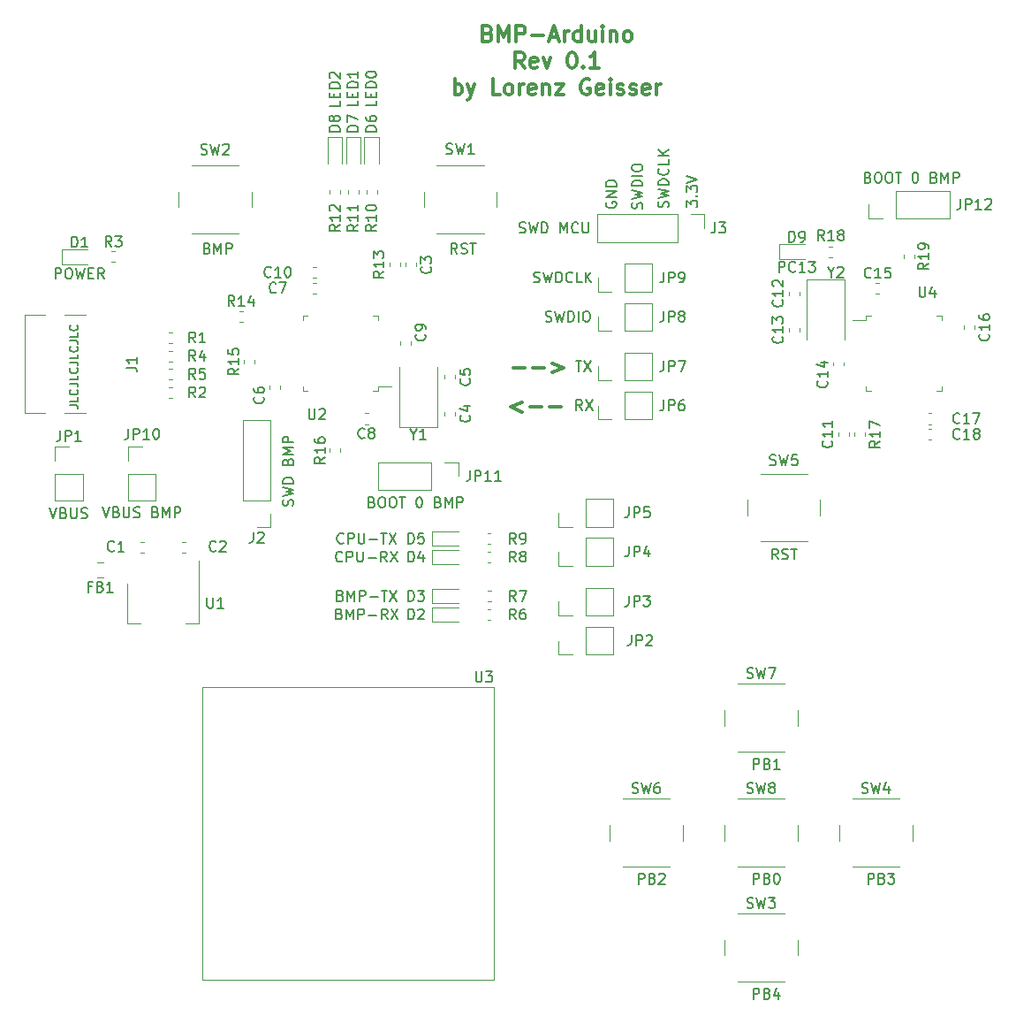
<source format=gbr>
%TF.GenerationSoftware,KiCad,Pcbnew,(5.1.6)-1*%
%TF.CreationDate,2020-09-28T21:59:18+02:00*%
%TF.ProjectId,BMP-Arduino,424d502d-4172-4647-9569-6e6f2e6b6963,0.1*%
%TF.SameCoordinates,Original*%
%TF.FileFunction,Legend,Top*%
%TF.FilePolarity,Positive*%
%FSLAX46Y46*%
G04 Gerber Fmt 4.6, Leading zero omitted, Abs format (unit mm)*
G04 Created by KiCad (PCBNEW (5.1.6)-1) date 2020-09-28 21:59:18*
%MOMM*%
%LPD*%
G01*
G04 APERTURE LIST*
%ADD10C,0.150000*%
%ADD11C,0.300000*%
%ADD12C,0.120000*%
G04 APERTURE END LIST*
D10*
X93146904Y-85930238D02*
X93718333Y-85930238D01*
X93832619Y-85968333D01*
X93908809Y-86044523D01*
X93946904Y-86158809D01*
X93946904Y-86235000D01*
X93946904Y-85168333D02*
X93946904Y-85549285D01*
X93146904Y-85549285D01*
X93870714Y-84444523D02*
X93908809Y-84482619D01*
X93946904Y-84596904D01*
X93946904Y-84673095D01*
X93908809Y-84787380D01*
X93832619Y-84863571D01*
X93756428Y-84901666D01*
X93604047Y-84939761D01*
X93489761Y-84939761D01*
X93337380Y-84901666D01*
X93261190Y-84863571D01*
X93185000Y-84787380D01*
X93146904Y-84673095D01*
X93146904Y-84596904D01*
X93185000Y-84482619D01*
X93223095Y-84444523D01*
X93146904Y-83873095D02*
X93718333Y-83873095D01*
X93832619Y-83911190D01*
X93908809Y-83987380D01*
X93946904Y-84101666D01*
X93946904Y-84177857D01*
X93946904Y-83111190D02*
X93946904Y-83492142D01*
X93146904Y-83492142D01*
X93870714Y-82387380D02*
X93908809Y-82425476D01*
X93946904Y-82539761D01*
X93946904Y-82615952D01*
X93908809Y-82730238D01*
X93832619Y-82806428D01*
X93756428Y-82844523D01*
X93604047Y-82882619D01*
X93489761Y-82882619D01*
X93337380Y-82844523D01*
X93261190Y-82806428D01*
X93185000Y-82730238D01*
X93146904Y-82615952D01*
X93146904Y-82539761D01*
X93185000Y-82425476D01*
X93223095Y-82387380D01*
X93146904Y-81815952D02*
X93718333Y-81815952D01*
X93832619Y-81854047D01*
X93908809Y-81930238D01*
X93946904Y-82044523D01*
X93946904Y-82120714D01*
X93946904Y-81054047D02*
X93946904Y-81435000D01*
X93146904Y-81435000D01*
X93870714Y-80330238D02*
X93908809Y-80368333D01*
X93946904Y-80482619D01*
X93946904Y-80558809D01*
X93908809Y-80673095D01*
X93832619Y-80749285D01*
X93756428Y-80787380D01*
X93604047Y-80825476D01*
X93489761Y-80825476D01*
X93337380Y-80787380D01*
X93261190Y-80749285D01*
X93185000Y-80673095D01*
X93146904Y-80558809D01*
X93146904Y-80482619D01*
X93185000Y-80368333D01*
X93223095Y-80330238D01*
X93146904Y-79758809D02*
X93718333Y-79758809D01*
X93832619Y-79796904D01*
X93908809Y-79873095D01*
X93946904Y-79987380D01*
X93946904Y-80063571D01*
X93946904Y-78996904D02*
X93946904Y-79377857D01*
X93146904Y-79377857D01*
X93870714Y-78273095D02*
X93908809Y-78311190D01*
X93946904Y-78425476D01*
X93946904Y-78501666D01*
X93908809Y-78615952D01*
X93832619Y-78692142D01*
X93756428Y-78730238D01*
X93604047Y-78768333D01*
X93489761Y-78768333D01*
X93337380Y-78730238D01*
X93261190Y-78692142D01*
X93185000Y-78615952D01*
X93146904Y-78501666D01*
X93146904Y-78425476D01*
X93185000Y-78311190D01*
X93223095Y-78273095D01*
X152287380Y-66961190D02*
X152287380Y-66342142D01*
X152668333Y-66675476D01*
X152668333Y-66532619D01*
X152715952Y-66437380D01*
X152763571Y-66389761D01*
X152858809Y-66342142D01*
X153096904Y-66342142D01*
X153192142Y-66389761D01*
X153239761Y-66437380D01*
X153287380Y-66532619D01*
X153287380Y-66818333D01*
X153239761Y-66913571D01*
X153192142Y-66961190D01*
X153192142Y-65913571D02*
X153239761Y-65865952D01*
X153287380Y-65913571D01*
X153239761Y-65961190D01*
X153192142Y-65913571D01*
X153287380Y-65913571D01*
X152287380Y-65532619D02*
X152287380Y-64913571D01*
X152668333Y-65246904D01*
X152668333Y-65104047D01*
X152715952Y-65008809D01*
X152763571Y-64961190D01*
X152858809Y-64913571D01*
X153096904Y-64913571D01*
X153192142Y-64961190D01*
X153239761Y-65008809D01*
X153287380Y-65104047D01*
X153287380Y-65389761D01*
X153239761Y-65485000D01*
X153192142Y-65532619D01*
X152287380Y-64627857D02*
X153287380Y-64294523D01*
X152287380Y-63961190D01*
X150489761Y-66996904D02*
X150537380Y-66854047D01*
X150537380Y-66615952D01*
X150489761Y-66520714D01*
X150442142Y-66473095D01*
X150346904Y-66425476D01*
X150251666Y-66425476D01*
X150156428Y-66473095D01*
X150108809Y-66520714D01*
X150061190Y-66615952D01*
X150013571Y-66806428D01*
X149965952Y-66901666D01*
X149918333Y-66949285D01*
X149823095Y-66996904D01*
X149727857Y-66996904D01*
X149632619Y-66949285D01*
X149585000Y-66901666D01*
X149537380Y-66806428D01*
X149537380Y-66568333D01*
X149585000Y-66425476D01*
X149537380Y-66092142D02*
X150537380Y-65854047D01*
X149823095Y-65663571D01*
X150537380Y-65473095D01*
X149537380Y-65235000D01*
X150537380Y-64854047D02*
X149537380Y-64854047D01*
X149537380Y-64615952D01*
X149585000Y-64473095D01*
X149680238Y-64377857D01*
X149775476Y-64330238D01*
X149965952Y-64282619D01*
X150108809Y-64282619D01*
X150299285Y-64330238D01*
X150394523Y-64377857D01*
X150489761Y-64473095D01*
X150537380Y-64615952D01*
X150537380Y-64854047D01*
X150442142Y-63282619D02*
X150489761Y-63330238D01*
X150537380Y-63473095D01*
X150537380Y-63568333D01*
X150489761Y-63711190D01*
X150394523Y-63806428D01*
X150299285Y-63854047D01*
X150108809Y-63901666D01*
X149965952Y-63901666D01*
X149775476Y-63854047D01*
X149680238Y-63806428D01*
X149585000Y-63711190D01*
X149537380Y-63568333D01*
X149537380Y-63473095D01*
X149585000Y-63330238D01*
X149632619Y-63282619D01*
X150537380Y-62377857D02*
X150537380Y-62854047D01*
X149537380Y-62854047D01*
X150537380Y-62044523D02*
X149537380Y-62044523D01*
X150537380Y-61473095D02*
X149965952Y-61901666D01*
X149537380Y-61473095D02*
X150108809Y-62044523D01*
X147989761Y-67104047D02*
X148037380Y-66961190D01*
X148037380Y-66723095D01*
X147989761Y-66627857D01*
X147942142Y-66580238D01*
X147846904Y-66532619D01*
X147751666Y-66532619D01*
X147656428Y-66580238D01*
X147608809Y-66627857D01*
X147561190Y-66723095D01*
X147513571Y-66913571D01*
X147465952Y-67008809D01*
X147418333Y-67056428D01*
X147323095Y-67104047D01*
X147227857Y-67104047D01*
X147132619Y-67056428D01*
X147085000Y-67008809D01*
X147037380Y-66913571D01*
X147037380Y-66675476D01*
X147085000Y-66532619D01*
X147037380Y-66199285D02*
X148037380Y-65961190D01*
X147323095Y-65770714D01*
X148037380Y-65580238D01*
X147037380Y-65342142D01*
X148037380Y-64961190D02*
X147037380Y-64961190D01*
X147037380Y-64723095D01*
X147085000Y-64580238D01*
X147180238Y-64485000D01*
X147275476Y-64437380D01*
X147465952Y-64389761D01*
X147608809Y-64389761D01*
X147799285Y-64437380D01*
X147894523Y-64485000D01*
X147989761Y-64580238D01*
X148037380Y-64723095D01*
X148037380Y-64961190D01*
X148037380Y-63961190D02*
X147037380Y-63961190D01*
X147037380Y-63294523D02*
X147037380Y-63104047D01*
X147085000Y-63008809D01*
X147180238Y-62913571D01*
X147370714Y-62865952D01*
X147704047Y-62865952D01*
X147894523Y-62913571D01*
X147989761Y-63008809D01*
X148037380Y-63104047D01*
X148037380Y-63294523D01*
X147989761Y-63389761D01*
X147894523Y-63485000D01*
X147704047Y-63532619D01*
X147370714Y-63532619D01*
X147180238Y-63485000D01*
X147085000Y-63389761D01*
X147037380Y-63294523D01*
X144585000Y-66496904D02*
X144537380Y-66592142D01*
X144537380Y-66735000D01*
X144585000Y-66877857D01*
X144680238Y-66973095D01*
X144775476Y-67020714D01*
X144965952Y-67068333D01*
X145108809Y-67068333D01*
X145299285Y-67020714D01*
X145394523Y-66973095D01*
X145489761Y-66877857D01*
X145537380Y-66735000D01*
X145537380Y-66639761D01*
X145489761Y-66496904D01*
X145442142Y-66449285D01*
X145108809Y-66449285D01*
X145108809Y-66639761D01*
X145537380Y-66020714D02*
X144537380Y-66020714D01*
X145537380Y-65449285D01*
X144537380Y-65449285D01*
X145537380Y-64973095D02*
X144537380Y-64973095D01*
X144537380Y-64735000D01*
X144585000Y-64592142D01*
X144680238Y-64496904D01*
X144775476Y-64449285D01*
X144965952Y-64401666D01*
X145108809Y-64401666D01*
X145299285Y-64449285D01*
X145394523Y-64496904D01*
X145489761Y-64592142D01*
X145537380Y-64735000D01*
X145537380Y-64973095D01*
D11*
X140263571Y-86127857D02*
X139120714Y-86127857D01*
X138406428Y-86127857D02*
X137263571Y-86127857D01*
X136549285Y-86556428D02*
X135406428Y-86127857D01*
X136549285Y-85699285D01*
X135656428Y-82342142D02*
X136799285Y-82342142D01*
X137513571Y-82342142D02*
X138656428Y-82342142D01*
X139370714Y-81913571D02*
X140513571Y-82342142D01*
X139370714Y-82770714D01*
X133227857Y-50327857D02*
X133442142Y-50399285D01*
X133513571Y-50470714D01*
X133585000Y-50613571D01*
X133585000Y-50827857D01*
X133513571Y-50970714D01*
X133442142Y-51042142D01*
X133299285Y-51113571D01*
X132727857Y-51113571D01*
X132727857Y-49613571D01*
X133227857Y-49613571D01*
X133370714Y-49685000D01*
X133442142Y-49756428D01*
X133513571Y-49899285D01*
X133513571Y-50042142D01*
X133442142Y-50185000D01*
X133370714Y-50256428D01*
X133227857Y-50327857D01*
X132727857Y-50327857D01*
X134227857Y-51113571D02*
X134227857Y-49613571D01*
X134727857Y-50685000D01*
X135227857Y-49613571D01*
X135227857Y-51113571D01*
X135942142Y-51113571D02*
X135942142Y-49613571D01*
X136513571Y-49613571D01*
X136656428Y-49685000D01*
X136727857Y-49756428D01*
X136799285Y-49899285D01*
X136799285Y-50113571D01*
X136727857Y-50256428D01*
X136656428Y-50327857D01*
X136513571Y-50399285D01*
X135942142Y-50399285D01*
X137442142Y-50542142D02*
X138585000Y-50542142D01*
X139227857Y-50685000D02*
X139942142Y-50685000D01*
X139085000Y-51113571D02*
X139585000Y-49613571D01*
X140085000Y-51113571D01*
X140585000Y-51113571D02*
X140585000Y-50113571D01*
X140585000Y-50399285D02*
X140656428Y-50256428D01*
X140727857Y-50185000D01*
X140870714Y-50113571D01*
X141013571Y-50113571D01*
X142156428Y-51113571D02*
X142156428Y-49613571D01*
X142156428Y-51042142D02*
X142013571Y-51113571D01*
X141727857Y-51113571D01*
X141585000Y-51042142D01*
X141513571Y-50970714D01*
X141442142Y-50827857D01*
X141442142Y-50399285D01*
X141513571Y-50256428D01*
X141585000Y-50185000D01*
X141727857Y-50113571D01*
X142013571Y-50113571D01*
X142156428Y-50185000D01*
X143513571Y-50113571D02*
X143513571Y-51113571D01*
X142870714Y-50113571D02*
X142870714Y-50899285D01*
X142942142Y-51042142D01*
X143085000Y-51113571D01*
X143299285Y-51113571D01*
X143442142Y-51042142D01*
X143513571Y-50970714D01*
X144227857Y-51113571D02*
X144227857Y-50113571D01*
X144227857Y-49613571D02*
X144156428Y-49685000D01*
X144227857Y-49756428D01*
X144299285Y-49685000D01*
X144227857Y-49613571D01*
X144227857Y-49756428D01*
X144942142Y-50113571D02*
X144942142Y-51113571D01*
X144942142Y-50256428D02*
X145013571Y-50185000D01*
X145156428Y-50113571D01*
X145370714Y-50113571D01*
X145513571Y-50185000D01*
X145585000Y-50327857D01*
X145585000Y-51113571D01*
X146513571Y-51113571D02*
X146370714Y-51042142D01*
X146299285Y-50970714D01*
X146227857Y-50827857D01*
X146227857Y-50399285D01*
X146299285Y-50256428D01*
X146370714Y-50185000D01*
X146513571Y-50113571D01*
X146727857Y-50113571D01*
X146870714Y-50185000D01*
X146942142Y-50256428D01*
X147013571Y-50399285D01*
X147013571Y-50827857D01*
X146942142Y-50970714D01*
X146870714Y-51042142D01*
X146727857Y-51113571D01*
X146513571Y-51113571D01*
X136727857Y-53663571D02*
X136227857Y-52949285D01*
X135870714Y-53663571D02*
X135870714Y-52163571D01*
X136442142Y-52163571D01*
X136585000Y-52235000D01*
X136656428Y-52306428D01*
X136727857Y-52449285D01*
X136727857Y-52663571D01*
X136656428Y-52806428D01*
X136585000Y-52877857D01*
X136442142Y-52949285D01*
X135870714Y-52949285D01*
X137942142Y-53592142D02*
X137799285Y-53663571D01*
X137513571Y-53663571D01*
X137370714Y-53592142D01*
X137299285Y-53449285D01*
X137299285Y-52877857D01*
X137370714Y-52735000D01*
X137513571Y-52663571D01*
X137799285Y-52663571D01*
X137942142Y-52735000D01*
X138013571Y-52877857D01*
X138013571Y-53020714D01*
X137299285Y-53163571D01*
X138513571Y-52663571D02*
X138870714Y-53663571D01*
X139227857Y-52663571D01*
X141227857Y-52163571D02*
X141370714Y-52163571D01*
X141513571Y-52235000D01*
X141585000Y-52306428D01*
X141656428Y-52449285D01*
X141727857Y-52735000D01*
X141727857Y-53092142D01*
X141656428Y-53377857D01*
X141585000Y-53520714D01*
X141513571Y-53592142D01*
X141370714Y-53663571D01*
X141227857Y-53663571D01*
X141085000Y-53592142D01*
X141013571Y-53520714D01*
X140942142Y-53377857D01*
X140870714Y-53092142D01*
X140870714Y-52735000D01*
X140942142Y-52449285D01*
X141013571Y-52306428D01*
X141085000Y-52235000D01*
X141227857Y-52163571D01*
X142370714Y-53520714D02*
X142442142Y-53592142D01*
X142370714Y-53663571D01*
X142299285Y-53592142D01*
X142370714Y-53520714D01*
X142370714Y-53663571D01*
X143870714Y-53663571D02*
X143013571Y-53663571D01*
X143442142Y-53663571D02*
X143442142Y-52163571D01*
X143299285Y-52377857D01*
X143156428Y-52520714D01*
X143013571Y-52592142D01*
X130049285Y-56213571D02*
X130049285Y-54713571D01*
X130049285Y-55285000D02*
X130192142Y-55213571D01*
X130477857Y-55213571D01*
X130620714Y-55285000D01*
X130692142Y-55356428D01*
X130763571Y-55499285D01*
X130763571Y-55927857D01*
X130692142Y-56070714D01*
X130620714Y-56142142D01*
X130477857Y-56213571D01*
X130192142Y-56213571D01*
X130049285Y-56142142D01*
X131263571Y-55213571D02*
X131620714Y-56213571D01*
X131977857Y-55213571D02*
X131620714Y-56213571D01*
X131477857Y-56570714D01*
X131406428Y-56642142D01*
X131263571Y-56713571D01*
X134406428Y-56213571D02*
X133692142Y-56213571D01*
X133692142Y-54713571D01*
X135120714Y-56213571D02*
X134977857Y-56142142D01*
X134906428Y-56070714D01*
X134835000Y-55927857D01*
X134835000Y-55499285D01*
X134906428Y-55356428D01*
X134977857Y-55285000D01*
X135120714Y-55213571D01*
X135335000Y-55213571D01*
X135477857Y-55285000D01*
X135549285Y-55356428D01*
X135620714Y-55499285D01*
X135620714Y-55927857D01*
X135549285Y-56070714D01*
X135477857Y-56142142D01*
X135335000Y-56213571D01*
X135120714Y-56213571D01*
X136263571Y-56213571D02*
X136263571Y-55213571D01*
X136263571Y-55499285D02*
X136335000Y-55356428D01*
X136406428Y-55285000D01*
X136549285Y-55213571D01*
X136692142Y-55213571D01*
X137763571Y-56142142D02*
X137620714Y-56213571D01*
X137335000Y-56213571D01*
X137192142Y-56142142D01*
X137120714Y-55999285D01*
X137120714Y-55427857D01*
X137192142Y-55285000D01*
X137335000Y-55213571D01*
X137620714Y-55213571D01*
X137763571Y-55285000D01*
X137835000Y-55427857D01*
X137835000Y-55570714D01*
X137120714Y-55713571D01*
X138477857Y-55213571D02*
X138477857Y-56213571D01*
X138477857Y-55356428D02*
X138549285Y-55285000D01*
X138692142Y-55213571D01*
X138906428Y-55213571D01*
X139049285Y-55285000D01*
X139120714Y-55427857D01*
X139120714Y-56213571D01*
X139692142Y-55213571D02*
X140477857Y-55213571D01*
X139692142Y-56213571D01*
X140477857Y-56213571D01*
X142977857Y-54785000D02*
X142835000Y-54713571D01*
X142620714Y-54713571D01*
X142406428Y-54785000D01*
X142263571Y-54927857D01*
X142192142Y-55070714D01*
X142120714Y-55356428D01*
X142120714Y-55570714D01*
X142192142Y-55856428D01*
X142263571Y-55999285D01*
X142406428Y-56142142D01*
X142620714Y-56213571D01*
X142763571Y-56213571D01*
X142977857Y-56142142D01*
X143049285Y-56070714D01*
X143049285Y-55570714D01*
X142763571Y-55570714D01*
X144263571Y-56142142D02*
X144120714Y-56213571D01*
X143835000Y-56213571D01*
X143692142Y-56142142D01*
X143620714Y-55999285D01*
X143620714Y-55427857D01*
X143692142Y-55285000D01*
X143835000Y-55213571D01*
X144120714Y-55213571D01*
X144263571Y-55285000D01*
X144335000Y-55427857D01*
X144335000Y-55570714D01*
X143620714Y-55713571D01*
X144977857Y-56213571D02*
X144977857Y-55213571D01*
X144977857Y-54713571D02*
X144906428Y-54785000D01*
X144977857Y-54856428D01*
X145049285Y-54785000D01*
X144977857Y-54713571D01*
X144977857Y-54856428D01*
X145620714Y-56142142D02*
X145763571Y-56213571D01*
X146049285Y-56213571D01*
X146192142Y-56142142D01*
X146263571Y-55999285D01*
X146263571Y-55927857D01*
X146192142Y-55785000D01*
X146049285Y-55713571D01*
X145835000Y-55713571D01*
X145692142Y-55642142D01*
X145620714Y-55499285D01*
X145620714Y-55427857D01*
X145692142Y-55285000D01*
X145835000Y-55213571D01*
X146049285Y-55213571D01*
X146192142Y-55285000D01*
X146835000Y-56142142D02*
X146977857Y-56213571D01*
X147263571Y-56213571D01*
X147406428Y-56142142D01*
X147477857Y-55999285D01*
X147477857Y-55927857D01*
X147406428Y-55785000D01*
X147263571Y-55713571D01*
X147049285Y-55713571D01*
X146906428Y-55642142D01*
X146835000Y-55499285D01*
X146835000Y-55427857D01*
X146906428Y-55285000D01*
X147049285Y-55213571D01*
X147263571Y-55213571D01*
X147406428Y-55285000D01*
X148692142Y-56142142D02*
X148549285Y-56213571D01*
X148263571Y-56213571D01*
X148120714Y-56142142D01*
X148049285Y-55999285D01*
X148049285Y-55427857D01*
X148120714Y-55285000D01*
X148263571Y-55213571D01*
X148549285Y-55213571D01*
X148692142Y-55285000D01*
X148763571Y-55427857D01*
X148763571Y-55570714D01*
X148049285Y-55713571D01*
X149406428Y-56213571D02*
X149406428Y-55213571D01*
X149406428Y-55499285D02*
X149477857Y-55356428D01*
X149549285Y-55285000D01*
X149692142Y-55213571D01*
X149835000Y-55213571D01*
D12*
%TO.C,JP2*%
X145205000Y-109815000D02*
X145205000Y-107155000D01*
X142605000Y-109815000D02*
X145205000Y-109815000D01*
X142605000Y-107155000D02*
X145205000Y-107155000D01*
X142605000Y-109815000D02*
X142605000Y-107155000D01*
X141335000Y-109815000D02*
X140005000Y-109815000D01*
X140005000Y-109815000D02*
X140005000Y-108485000D01*
%TO.C,JP5*%
X145205000Y-97565000D02*
X145205000Y-94905000D01*
X142605000Y-97565000D02*
X145205000Y-97565000D01*
X142605000Y-94905000D02*
X145205000Y-94905000D01*
X142605000Y-97565000D02*
X142605000Y-94905000D01*
X141335000Y-97565000D02*
X140005000Y-97565000D01*
X140005000Y-97565000D02*
X140005000Y-96235000D01*
%TO.C,JP4*%
X145205000Y-101315000D02*
X145205000Y-98655000D01*
X142605000Y-101315000D02*
X145205000Y-101315000D01*
X142605000Y-98655000D02*
X145205000Y-98655000D01*
X142605000Y-101315000D02*
X142605000Y-98655000D01*
X141335000Y-101315000D02*
X140005000Y-101315000D01*
X140005000Y-101315000D02*
X140005000Y-99985000D01*
%TO.C,JP3*%
X145205000Y-106065000D02*
X145205000Y-103405000D01*
X142605000Y-106065000D02*
X145205000Y-106065000D01*
X142605000Y-103405000D02*
X145205000Y-103405000D01*
X142605000Y-106065000D02*
X142605000Y-103405000D01*
X141335000Y-106065000D02*
X140005000Y-106065000D01*
X140005000Y-106065000D02*
X140005000Y-104735000D01*
%TO.C,R9*%
X133172221Y-98225000D02*
X133497779Y-98225000D01*
X133172221Y-99245000D02*
X133497779Y-99245000D01*
%TO.C,R8*%
X133172221Y-99975000D02*
X133497779Y-99975000D01*
X133172221Y-100995000D02*
X133497779Y-100995000D01*
%TO.C,R7*%
X133209721Y-103725000D02*
X133535279Y-103725000D01*
X133209721Y-104745000D02*
X133535279Y-104745000D01*
%TO.C,R6*%
X133172221Y-105475000D02*
X133497779Y-105475000D01*
X133172221Y-106495000D02*
X133497779Y-106495000D01*
%TO.C,D5*%
X130385000Y-98050000D02*
X127900000Y-98050000D01*
X127900000Y-98050000D02*
X127900000Y-99420000D01*
X127900000Y-99420000D02*
X130385000Y-99420000D01*
%TO.C,D4*%
X130385000Y-99800000D02*
X127900000Y-99800000D01*
X127900000Y-99800000D02*
X127900000Y-101170000D01*
X127900000Y-101170000D02*
X130385000Y-101170000D01*
%TO.C,D3*%
X130385000Y-103550000D02*
X127900000Y-103550000D01*
X127900000Y-103550000D02*
X127900000Y-104920000D01*
X127900000Y-104920000D02*
X130385000Y-104920000D01*
%TO.C,D2*%
X130385000Y-105300000D02*
X127900000Y-105300000D01*
X127900000Y-105300000D02*
X127900000Y-106670000D01*
X127900000Y-106670000D02*
X130385000Y-106670000D01*
%TO.C,U2*%
X122695000Y-84145000D02*
X123985000Y-84145000D01*
X122695000Y-84595000D02*
X122695000Y-84145000D01*
X122245000Y-84595000D02*
X122695000Y-84595000D01*
X115475000Y-84595000D02*
X115475000Y-84145000D01*
X115925000Y-84595000D02*
X115475000Y-84595000D01*
X122695000Y-77375000D02*
X122695000Y-77825000D01*
X122245000Y-77375000D02*
X122695000Y-77375000D01*
X115475000Y-77375000D02*
X115475000Y-77825000D01*
X115925000Y-77375000D02*
X115475000Y-77375000D01*
%TO.C,R13*%
X123825000Y-72322221D02*
X123825000Y-72647779D01*
X124845000Y-72322221D02*
X124845000Y-72647779D01*
%TO.C,JP11*%
X122675000Y-91405000D02*
X122675000Y-94065000D01*
X127815000Y-91405000D02*
X122675000Y-91405000D01*
X127815000Y-94065000D02*
X122675000Y-94065000D01*
X127815000Y-91405000D02*
X127815000Y-94065000D01*
X129085000Y-91405000D02*
X130415000Y-91405000D01*
X130415000Y-91405000D02*
X130415000Y-92735000D01*
%TO.C,C10*%
X116422221Y-72725000D02*
X116747779Y-72725000D01*
X116422221Y-73745000D02*
X116747779Y-73745000D01*
%TO.C,C8*%
X121747779Y-87745000D02*
X121422221Y-87745000D01*
X121747779Y-86725000D02*
X121422221Y-86725000D01*
%TO.C,C9*%
X125845000Y-79822221D02*
X125845000Y-80147779D01*
X124825000Y-79822221D02*
X124825000Y-80147779D01*
%TO.C,C4*%
X129075000Y-86897779D02*
X129075000Y-86572221D01*
X130095000Y-86897779D02*
X130095000Y-86572221D01*
%TO.C,C7*%
X116422221Y-74225000D02*
X116747779Y-74225000D01*
X116422221Y-75245000D02*
X116747779Y-75245000D01*
%TO.C,C5*%
X130095000Y-83072221D02*
X130095000Y-83397779D01*
X129075000Y-83072221D02*
X129075000Y-83397779D01*
%TO.C,C3*%
X126345000Y-72647779D02*
X126345000Y-72322221D01*
X125325000Y-72647779D02*
X125325000Y-72322221D01*
%TO.C,R16*%
X118075000Y-90435279D02*
X118075000Y-90109721D01*
X119095000Y-90435279D02*
X119095000Y-90109721D01*
%TO.C,SW1*%
X128335000Y-69485000D02*
X132835000Y-69485000D01*
X127085000Y-65485000D02*
X127085000Y-66985000D01*
X132835000Y-62985000D02*
X128335000Y-62985000D01*
X134085000Y-66985000D02*
X134085000Y-65485000D01*
%TO.C,Y1*%
X124785000Y-82285000D02*
X124785000Y-88035000D01*
X124785000Y-88035000D02*
X128385000Y-88035000D01*
X128385000Y-88035000D02*
X128385000Y-82285000D01*
%TO.C,C6*%
X112325000Y-84397779D02*
X112325000Y-84072221D01*
X113345000Y-84397779D02*
X113345000Y-84072221D01*
%TO.C,FB1*%
X96343578Y-102445000D02*
X95826422Y-102445000D01*
X96343578Y-101025000D02*
X95826422Y-101025000D01*
%TO.C,U4*%
X169475000Y-77825000D02*
X168185000Y-77825000D01*
X169475000Y-77375000D02*
X169475000Y-77825000D01*
X169925000Y-77375000D02*
X169475000Y-77375000D01*
X176695000Y-77375000D02*
X176695000Y-77825000D01*
X176245000Y-77375000D02*
X176695000Y-77375000D01*
X169475000Y-84595000D02*
X169475000Y-84145000D01*
X169925000Y-84595000D02*
X169475000Y-84595000D01*
X176695000Y-84595000D02*
X176695000Y-84145000D01*
X176245000Y-84595000D02*
X176695000Y-84595000D01*
%TO.C,J1*%
X90756000Y-77313000D02*
X88856000Y-77313000D01*
X94656000Y-77313000D02*
X92656000Y-77313000D01*
X90756000Y-86713000D02*
X88856000Y-86713000D01*
X94656000Y-86713000D02*
X92656000Y-86713000D01*
X88856000Y-77313000D02*
X88856000Y-86713000D01*
%TO.C,R15*%
X109825000Y-81935279D02*
X109825000Y-81609721D01*
X110845000Y-81935279D02*
X110845000Y-81609721D01*
%TO.C,C16*%
X179845000Y-78322221D02*
X179845000Y-78647779D01*
X178825000Y-78322221D02*
X178825000Y-78647779D01*
%TO.C,SW7*%
X157160000Y-119125000D02*
X161660000Y-119125000D01*
X155910000Y-115125000D02*
X155910000Y-116625000D01*
X161660000Y-112625000D02*
X157160000Y-112625000D01*
X162910000Y-116625000D02*
X162910000Y-115125000D01*
%TO.C,SW6*%
X146160000Y-130125000D02*
X150660000Y-130125000D01*
X144910000Y-126125000D02*
X144910000Y-127625000D01*
X150660000Y-123625000D02*
X146160000Y-123625000D01*
X151910000Y-127625000D02*
X151910000Y-126125000D01*
%TO.C,SW4*%
X168160000Y-130125000D02*
X172660000Y-130125000D01*
X166910000Y-126125000D02*
X166910000Y-127625000D01*
X172660000Y-123625000D02*
X168160000Y-123625000D01*
X173910000Y-127625000D02*
X173910000Y-126125000D01*
%TO.C,SW3*%
X157160000Y-141125000D02*
X161660000Y-141125000D01*
X155910000Y-137125000D02*
X155910000Y-138625000D01*
X161660000Y-134625000D02*
X157160000Y-134625000D01*
X162910000Y-138625000D02*
X162910000Y-137125000D01*
%TO.C,U1*%
X98675000Y-106817000D02*
X99935000Y-106817000D01*
X105495000Y-106817000D02*
X104235000Y-106817000D01*
X98675000Y-103057000D02*
X98675000Y-106817000D01*
X105495000Y-100807000D02*
X105495000Y-106817000D01*
%TO.C,Y2*%
X167385000Y-79685000D02*
X167385000Y-73935000D01*
X167385000Y-73935000D02*
X163785000Y-73935000D01*
X163785000Y-73935000D02*
X163785000Y-79685000D01*
%TO.C,U3*%
X133835000Y-112925000D02*
X105835000Y-112925000D01*
X133835000Y-140925000D02*
X133835000Y-112925000D01*
X105835000Y-140925000D02*
X133835000Y-140925000D01*
X105835000Y-112925000D02*
X105835000Y-140925000D01*
%TO.C,SW5*%
X163835000Y-92485000D02*
X159335000Y-92485000D01*
X165085000Y-96485000D02*
X165085000Y-94985000D01*
X159335000Y-98985000D02*
X163835000Y-98985000D01*
X158085000Y-94985000D02*
X158085000Y-96485000D01*
%TO.C,SW8*%
X157160000Y-130125000D02*
X161660000Y-130125000D01*
X155910000Y-126125000D02*
X155910000Y-127625000D01*
X161660000Y-123625000D02*
X157160000Y-123625000D01*
X162910000Y-127625000D02*
X162910000Y-126125000D01*
%TO.C,SW2*%
X104835000Y-69485000D02*
X109335000Y-69485000D01*
X103585000Y-65485000D02*
X103585000Y-66985000D01*
X109335000Y-62985000D02*
X104835000Y-62985000D01*
X110585000Y-66985000D02*
X110585000Y-65485000D01*
%TO.C,R19*%
X174095000Y-71534721D02*
X174095000Y-71860279D01*
X173075000Y-71534721D02*
X173075000Y-71860279D01*
%TO.C,R18*%
X166247779Y-71745000D02*
X165922221Y-71745000D01*
X166247779Y-70725000D02*
X165922221Y-70725000D01*
%TO.C,R17*%
X168325000Y-88897779D02*
X168325000Y-88572221D01*
X169345000Y-88897779D02*
X169345000Y-88572221D01*
%TO.C,R14*%
X109459721Y-76975000D02*
X109785279Y-76975000D01*
X109459721Y-77995000D02*
X109785279Y-77995000D01*
%TO.C,R12*%
X118075000Y-65647779D02*
X118075000Y-65322221D01*
X119095000Y-65647779D02*
X119095000Y-65322221D01*
%TO.C,R11*%
X119825000Y-65647779D02*
X119825000Y-65322221D01*
X120845000Y-65647779D02*
X120845000Y-65322221D01*
%TO.C,R10*%
X121575000Y-65647779D02*
X121575000Y-65322221D01*
X122595000Y-65647779D02*
X122595000Y-65322221D01*
%TO.C,R3*%
X97172221Y-71225000D02*
X97497779Y-71225000D01*
X97172221Y-72245000D02*
X97497779Y-72245000D01*
%TO.C,R5*%
X102672221Y-82475000D02*
X102997779Y-82475000D01*
X102672221Y-83495000D02*
X102997779Y-83495000D01*
%TO.C,R4*%
X102997779Y-81745000D02*
X102672221Y-81745000D01*
X102997779Y-80725000D02*
X102672221Y-80725000D01*
%TO.C,R2*%
X102672221Y-84225000D02*
X102997779Y-84225000D01*
X102672221Y-85245000D02*
X102997779Y-85245000D01*
%TO.C,R1*%
X102997779Y-79995000D02*
X102672221Y-79995000D01*
X102997779Y-78975000D02*
X102672221Y-78975000D01*
%TO.C,JP12*%
X177455000Y-68065000D02*
X177455000Y-65405000D01*
X172315000Y-68065000D02*
X177455000Y-68065000D01*
X172315000Y-65405000D02*
X177455000Y-65405000D01*
X172315000Y-68065000D02*
X172315000Y-65405000D01*
X171045000Y-68065000D02*
X169715000Y-68065000D01*
X169715000Y-68065000D02*
X169715000Y-66735000D01*
%TO.C,JP10*%
X98755000Y-95105000D02*
X101415000Y-95105000D01*
X98755000Y-92505000D02*
X98755000Y-95105000D01*
X101415000Y-92505000D02*
X101415000Y-95105000D01*
X98755000Y-92505000D02*
X101415000Y-92505000D01*
X98755000Y-91235000D02*
X98755000Y-89905000D01*
X98755000Y-89905000D02*
X100085000Y-89905000D01*
%TO.C,JP9*%
X148955000Y-75065000D02*
X148955000Y-72405000D01*
X146355000Y-75065000D02*
X148955000Y-75065000D01*
X146355000Y-72405000D02*
X148955000Y-72405000D01*
X146355000Y-75065000D02*
X146355000Y-72405000D01*
X145085000Y-75065000D02*
X143755000Y-75065000D01*
X143755000Y-75065000D02*
X143755000Y-73735000D01*
%TO.C,JP8*%
X148955000Y-78815000D02*
X148955000Y-76155000D01*
X146355000Y-78815000D02*
X148955000Y-78815000D01*
X146355000Y-76155000D02*
X148955000Y-76155000D01*
X146355000Y-78815000D02*
X146355000Y-76155000D01*
X145085000Y-78815000D02*
X143755000Y-78815000D01*
X143755000Y-78815000D02*
X143755000Y-77485000D01*
%TO.C,JP7*%
X148955000Y-83565000D02*
X148955000Y-80905000D01*
X146355000Y-83565000D02*
X148955000Y-83565000D01*
X146355000Y-80905000D02*
X148955000Y-80905000D01*
X146355000Y-83565000D02*
X146355000Y-80905000D01*
X145085000Y-83565000D02*
X143755000Y-83565000D01*
X143755000Y-83565000D02*
X143755000Y-82235000D01*
%TO.C,JP6*%
X148955000Y-87315000D02*
X148955000Y-84655000D01*
X146355000Y-87315000D02*
X148955000Y-87315000D01*
X146355000Y-84655000D02*
X148955000Y-84655000D01*
X146355000Y-87315000D02*
X146355000Y-84655000D01*
X145085000Y-87315000D02*
X143755000Y-87315000D01*
X143755000Y-87315000D02*
X143755000Y-85985000D01*
%TO.C,JP1*%
X91755000Y-95105000D02*
X94415000Y-95105000D01*
X91755000Y-92505000D02*
X91755000Y-95105000D01*
X94415000Y-92505000D02*
X94415000Y-95105000D01*
X91755000Y-92505000D02*
X94415000Y-92505000D01*
X91755000Y-91235000D02*
X91755000Y-89905000D01*
X91755000Y-89905000D02*
X93085000Y-89905000D01*
%TO.C,J3*%
X143715000Y-67655000D02*
X143715000Y-70315000D01*
X151395000Y-67655000D02*
X143715000Y-67655000D01*
X151395000Y-70315000D02*
X143715000Y-70315000D01*
X151395000Y-67655000D02*
X151395000Y-70315000D01*
X152665000Y-67655000D02*
X153995000Y-67655000D01*
X153995000Y-67655000D02*
X153995000Y-68985000D01*
%TO.C,J2*%
X112415000Y-87365000D02*
X109755000Y-87365000D01*
X112415000Y-95045000D02*
X112415000Y-87365000D01*
X109755000Y-95045000D02*
X109755000Y-87365000D01*
X112415000Y-95045000D02*
X109755000Y-95045000D01*
X112415000Y-96315000D02*
X112415000Y-97645000D01*
X112415000Y-97645000D02*
X111085000Y-97645000D01*
%TO.C,D9*%
X163635000Y-70550000D02*
X161150000Y-70550000D01*
X161150000Y-70550000D02*
X161150000Y-71920000D01*
X161150000Y-71920000D02*
X163635000Y-71920000D01*
%TO.C,D8*%
X119270000Y-62785000D02*
X119270000Y-60300000D01*
X119270000Y-60300000D02*
X117900000Y-60300000D01*
X117900000Y-60300000D02*
X117900000Y-62785000D01*
%TO.C,D7*%
X121020000Y-62785000D02*
X121020000Y-60300000D01*
X121020000Y-60300000D02*
X119650000Y-60300000D01*
X119650000Y-60300000D02*
X119650000Y-62785000D01*
%TO.C,D6*%
X122770000Y-62785000D02*
X122770000Y-60300000D01*
X122770000Y-60300000D02*
X121400000Y-60300000D01*
X121400000Y-60300000D02*
X121400000Y-62785000D01*
%TO.C,D1*%
X94885000Y-71050000D02*
X92400000Y-71050000D01*
X92400000Y-71050000D02*
X92400000Y-72420000D01*
X92400000Y-72420000D02*
X94885000Y-72420000D01*
%TO.C,C18*%
X175747779Y-89245000D02*
X175422221Y-89245000D01*
X175747779Y-88225000D02*
X175422221Y-88225000D01*
%TO.C,C17*%
X175747779Y-87745000D02*
X175422221Y-87745000D01*
X175747779Y-86725000D02*
X175422221Y-86725000D01*
%TO.C,C15*%
X170422221Y-74225000D02*
X170747779Y-74225000D01*
X170422221Y-75245000D02*
X170747779Y-75245000D01*
%TO.C,C14*%
X166325000Y-82147779D02*
X166325000Y-81822221D01*
X167345000Y-82147779D02*
X167345000Y-81822221D01*
%TO.C,C13*%
X162075000Y-78897779D02*
X162075000Y-78572221D01*
X163095000Y-78897779D02*
X163095000Y-78572221D01*
%TO.C,C12*%
X163095000Y-75072221D02*
X163095000Y-75397779D01*
X162075000Y-75072221D02*
X162075000Y-75397779D01*
%TO.C,C11*%
X167845000Y-88572221D02*
X167845000Y-88897779D01*
X166825000Y-88572221D02*
X166825000Y-88897779D01*
%TO.C,C2*%
X103922221Y-99063000D02*
X104247779Y-99063000D01*
X103922221Y-100083000D02*
X104247779Y-100083000D01*
%TO.C,C1*%
X99922221Y-99063000D02*
X100247779Y-99063000D01*
X99922221Y-100083000D02*
X100247779Y-100083000D01*
%TO.C,JP2*%
D10*
X147001666Y-107937380D02*
X147001666Y-108651666D01*
X146954047Y-108794523D01*
X146858809Y-108889761D01*
X146715952Y-108937380D01*
X146620714Y-108937380D01*
X147477857Y-108937380D02*
X147477857Y-107937380D01*
X147858809Y-107937380D01*
X147954047Y-107985000D01*
X148001666Y-108032619D01*
X148049285Y-108127857D01*
X148049285Y-108270714D01*
X148001666Y-108365952D01*
X147954047Y-108413571D01*
X147858809Y-108461190D01*
X147477857Y-108461190D01*
X148430238Y-108032619D02*
X148477857Y-107985000D01*
X148573095Y-107937380D01*
X148811190Y-107937380D01*
X148906428Y-107985000D01*
X148954047Y-108032619D01*
X149001666Y-108127857D01*
X149001666Y-108223095D01*
X148954047Y-108365952D01*
X148382619Y-108937380D01*
X149001666Y-108937380D01*
%TO.C,JP5*%
X146751666Y-95687380D02*
X146751666Y-96401666D01*
X146704047Y-96544523D01*
X146608809Y-96639761D01*
X146465952Y-96687380D01*
X146370714Y-96687380D01*
X147227857Y-96687380D02*
X147227857Y-95687380D01*
X147608809Y-95687380D01*
X147704047Y-95735000D01*
X147751666Y-95782619D01*
X147799285Y-95877857D01*
X147799285Y-96020714D01*
X147751666Y-96115952D01*
X147704047Y-96163571D01*
X147608809Y-96211190D01*
X147227857Y-96211190D01*
X148704047Y-95687380D02*
X148227857Y-95687380D01*
X148180238Y-96163571D01*
X148227857Y-96115952D01*
X148323095Y-96068333D01*
X148561190Y-96068333D01*
X148656428Y-96115952D01*
X148704047Y-96163571D01*
X148751666Y-96258809D01*
X148751666Y-96496904D01*
X148704047Y-96592142D01*
X148656428Y-96639761D01*
X148561190Y-96687380D01*
X148323095Y-96687380D01*
X148227857Y-96639761D01*
X148180238Y-96592142D01*
%TO.C,JP4*%
X146751666Y-99437380D02*
X146751666Y-100151666D01*
X146704047Y-100294523D01*
X146608809Y-100389761D01*
X146465952Y-100437380D01*
X146370714Y-100437380D01*
X147227857Y-100437380D02*
X147227857Y-99437380D01*
X147608809Y-99437380D01*
X147704047Y-99485000D01*
X147751666Y-99532619D01*
X147799285Y-99627857D01*
X147799285Y-99770714D01*
X147751666Y-99865952D01*
X147704047Y-99913571D01*
X147608809Y-99961190D01*
X147227857Y-99961190D01*
X148656428Y-99770714D02*
X148656428Y-100437380D01*
X148418333Y-99389761D02*
X148180238Y-100104047D01*
X148799285Y-100104047D01*
%TO.C,JP3*%
X146751666Y-104187380D02*
X146751666Y-104901666D01*
X146704047Y-105044523D01*
X146608809Y-105139761D01*
X146465952Y-105187380D01*
X146370714Y-105187380D01*
X147227857Y-105187380D02*
X147227857Y-104187380D01*
X147608809Y-104187380D01*
X147704047Y-104235000D01*
X147751666Y-104282619D01*
X147799285Y-104377857D01*
X147799285Y-104520714D01*
X147751666Y-104615952D01*
X147704047Y-104663571D01*
X147608809Y-104711190D01*
X147227857Y-104711190D01*
X148132619Y-104187380D02*
X148751666Y-104187380D01*
X148418333Y-104568333D01*
X148561190Y-104568333D01*
X148656428Y-104615952D01*
X148704047Y-104663571D01*
X148751666Y-104758809D01*
X148751666Y-104996904D01*
X148704047Y-105092142D01*
X148656428Y-105139761D01*
X148561190Y-105187380D01*
X148275476Y-105187380D01*
X148180238Y-105139761D01*
X148132619Y-105092142D01*
%TO.C,R9*%
X135918333Y-99187380D02*
X135585000Y-98711190D01*
X135346904Y-99187380D02*
X135346904Y-98187380D01*
X135727857Y-98187380D01*
X135823095Y-98235000D01*
X135870714Y-98282619D01*
X135918333Y-98377857D01*
X135918333Y-98520714D01*
X135870714Y-98615952D01*
X135823095Y-98663571D01*
X135727857Y-98711190D01*
X135346904Y-98711190D01*
X136394523Y-99187380D02*
X136585000Y-99187380D01*
X136680238Y-99139761D01*
X136727857Y-99092142D01*
X136823095Y-98949285D01*
X136870714Y-98758809D01*
X136870714Y-98377857D01*
X136823095Y-98282619D01*
X136775476Y-98235000D01*
X136680238Y-98187380D01*
X136489761Y-98187380D01*
X136394523Y-98235000D01*
X136346904Y-98282619D01*
X136299285Y-98377857D01*
X136299285Y-98615952D01*
X136346904Y-98711190D01*
X136394523Y-98758809D01*
X136489761Y-98806428D01*
X136680238Y-98806428D01*
X136775476Y-98758809D01*
X136823095Y-98711190D01*
X136870714Y-98615952D01*
%TO.C,R8*%
X135918333Y-100937380D02*
X135585000Y-100461190D01*
X135346904Y-100937380D02*
X135346904Y-99937380D01*
X135727857Y-99937380D01*
X135823095Y-99985000D01*
X135870714Y-100032619D01*
X135918333Y-100127857D01*
X135918333Y-100270714D01*
X135870714Y-100365952D01*
X135823095Y-100413571D01*
X135727857Y-100461190D01*
X135346904Y-100461190D01*
X136489761Y-100365952D02*
X136394523Y-100318333D01*
X136346904Y-100270714D01*
X136299285Y-100175476D01*
X136299285Y-100127857D01*
X136346904Y-100032619D01*
X136394523Y-99985000D01*
X136489761Y-99937380D01*
X136680238Y-99937380D01*
X136775476Y-99985000D01*
X136823095Y-100032619D01*
X136870714Y-100127857D01*
X136870714Y-100175476D01*
X136823095Y-100270714D01*
X136775476Y-100318333D01*
X136680238Y-100365952D01*
X136489761Y-100365952D01*
X136394523Y-100413571D01*
X136346904Y-100461190D01*
X136299285Y-100556428D01*
X136299285Y-100746904D01*
X136346904Y-100842142D01*
X136394523Y-100889761D01*
X136489761Y-100937380D01*
X136680238Y-100937380D01*
X136775476Y-100889761D01*
X136823095Y-100842142D01*
X136870714Y-100746904D01*
X136870714Y-100556428D01*
X136823095Y-100461190D01*
X136775476Y-100413571D01*
X136680238Y-100365952D01*
%TO.C,R7*%
X135918333Y-104687380D02*
X135585000Y-104211190D01*
X135346904Y-104687380D02*
X135346904Y-103687380D01*
X135727857Y-103687380D01*
X135823095Y-103735000D01*
X135870714Y-103782619D01*
X135918333Y-103877857D01*
X135918333Y-104020714D01*
X135870714Y-104115952D01*
X135823095Y-104163571D01*
X135727857Y-104211190D01*
X135346904Y-104211190D01*
X136251666Y-103687380D02*
X136918333Y-103687380D01*
X136489761Y-104687380D01*
%TO.C,R6*%
X135918333Y-106437380D02*
X135585000Y-105961190D01*
X135346904Y-106437380D02*
X135346904Y-105437380D01*
X135727857Y-105437380D01*
X135823095Y-105485000D01*
X135870714Y-105532619D01*
X135918333Y-105627857D01*
X135918333Y-105770714D01*
X135870714Y-105865952D01*
X135823095Y-105913571D01*
X135727857Y-105961190D01*
X135346904Y-105961190D01*
X136775476Y-105437380D02*
X136585000Y-105437380D01*
X136489761Y-105485000D01*
X136442142Y-105532619D01*
X136346904Y-105675476D01*
X136299285Y-105865952D01*
X136299285Y-106246904D01*
X136346904Y-106342142D01*
X136394523Y-106389761D01*
X136489761Y-106437380D01*
X136680238Y-106437380D01*
X136775476Y-106389761D01*
X136823095Y-106342142D01*
X136870714Y-106246904D01*
X136870714Y-106008809D01*
X136823095Y-105913571D01*
X136775476Y-105865952D01*
X136680238Y-105818333D01*
X136489761Y-105818333D01*
X136394523Y-105865952D01*
X136346904Y-105913571D01*
X136299285Y-106008809D01*
%TO.C,D5*%
X125596904Y-99187380D02*
X125596904Y-98187380D01*
X125835000Y-98187380D01*
X125977857Y-98235000D01*
X126073095Y-98330238D01*
X126120714Y-98425476D01*
X126168333Y-98615952D01*
X126168333Y-98758809D01*
X126120714Y-98949285D01*
X126073095Y-99044523D01*
X125977857Y-99139761D01*
X125835000Y-99187380D01*
X125596904Y-99187380D01*
X127073095Y-98187380D02*
X126596904Y-98187380D01*
X126549285Y-98663571D01*
X126596904Y-98615952D01*
X126692142Y-98568333D01*
X126930238Y-98568333D01*
X127025476Y-98615952D01*
X127073095Y-98663571D01*
X127120714Y-98758809D01*
X127120714Y-98996904D01*
X127073095Y-99092142D01*
X127025476Y-99139761D01*
X126930238Y-99187380D01*
X126692142Y-99187380D01*
X126596904Y-99139761D01*
X126549285Y-99092142D01*
X119394523Y-99092142D02*
X119346904Y-99139761D01*
X119204047Y-99187380D01*
X119108809Y-99187380D01*
X118965952Y-99139761D01*
X118870714Y-99044523D01*
X118823095Y-98949285D01*
X118775476Y-98758809D01*
X118775476Y-98615952D01*
X118823095Y-98425476D01*
X118870714Y-98330238D01*
X118965952Y-98235000D01*
X119108809Y-98187380D01*
X119204047Y-98187380D01*
X119346904Y-98235000D01*
X119394523Y-98282619D01*
X119823095Y-99187380D02*
X119823095Y-98187380D01*
X120204047Y-98187380D01*
X120299285Y-98235000D01*
X120346904Y-98282619D01*
X120394523Y-98377857D01*
X120394523Y-98520714D01*
X120346904Y-98615952D01*
X120299285Y-98663571D01*
X120204047Y-98711190D01*
X119823095Y-98711190D01*
X120823095Y-98187380D02*
X120823095Y-98996904D01*
X120870714Y-99092142D01*
X120918333Y-99139761D01*
X121013571Y-99187380D01*
X121204047Y-99187380D01*
X121299285Y-99139761D01*
X121346904Y-99092142D01*
X121394523Y-98996904D01*
X121394523Y-98187380D01*
X121870714Y-98806428D02*
X122632619Y-98806428D01*
X122965952Y-98187380D02*
X123537380Y-98187380D01*
X123251666Y-99187380D02*
X123251666Y-98187380D01*
X123775476Y-98187380D02*
X124442142Y-99187380D01*
X124442142Y-98187380D02*
X123775476Y-99187380D01*
%TO.C,D4*%
X125596904Y-100937380D02*
X125596904Y-99937380D01*
X125835000Y-99937380D01*
X125977857Y-99985000D01*
X126073095Y-100080238D01*
X126120714Y-100175476D01*
X126168333Y-100365952D01*
X126168333Y-100508809D01*
X126120714Y-100699285D01*
X126073095Y-100794523D01*
X125977857Y-100889761D01*
X125835000Y-100937380D01*
X125596904Y-100937380D01*
X127025476Y-100270714D02*
X127025476Y-100937380D01*
X126787380Y-99889761D02*
X126549285Y-100604047D01*
X127168333Y-100604047D01*
X119275476Y-100842142D02*
X119227857Y-100889761D01*
X119085000Y-100937380D01*
X118989761Y-100937380D01*
X118846904Y-100889761D01*
X118751666Y-100794523D01*
X118704047Y-100699285D01*
X118656428Y-100508809D01*
X118656428Y-100365952D01*
X118704047Y-100175476D01*
X118751666Y-100080238D01*
X118846904Y-99985000D01*
X118989761Y-99937380D01*
X119085000Y-99937380D01*
X119227857Y-99985000D01*
X119275476Y-100032619D01*
X119704047Y-100937380D02*
X119704047Y-99937380D01*
X120085000Y-99937380D01*
X120180238Y-99985000D01*
X120227857Y-100032619D01*
X120275476Y-100127857D01*
X120275476Y-100270714D01*
X120227857Y-100365952D01*
X120180238Y-100413571D01*
X120085000Y-100461190D01*
X119704047Y-100461190D01*
X120704047Y-99937380D02*
X120704047Y-100746904D01*
X120751666Y-100842142D01*
X120799285Y-100889761D01*
X120894523Y-100937380D01*
X121085000Y-100937380D01*
X121180238Y-100889761D01*
X121227857Y-100842142D01*
X121275476Y-100746904D01*
X121275476Y-99937380D01*
X121751666Y-100556428D02*
X122513571Y-100556428D01*
X123561190Y-100937380D02*
X123227857Y-100461190D01*
X122989761Y-100937380D02*
X122989761Y-99937380D01*
X123370714Y-99937380D01*
X123465952Y-99985000D01*
X123513571Y-100032619D01*
X123561190Y-100127857D01*
X123561190Y-100270714D01*
X123513571Y-100365952D01*
X123465952Y-100413571D01*
X123370714Y-100461190D01*
X122989761Y-100461190D01*
X123894523Y-99937380D02*
X124561190Y-100937380D01*
X124561190Y-99937380D02*
X123894523Y-100937380D01*
%TO.C,D3*%
X125596904Y-104687380D02*
X125596904Y-103687380D01*
X125835000Y-103687380D01*
X125977857Y-103735000D01*
X126073095Y-103830238D01*
X126120714Y-103925476D01*
X126168333Y-104115952D01*
X126168333Y-104258809D01*
X126120714Y-104449285D01*
X126073095Y-104544523D01*
X125977857Y-104639761D01*
X125835000Y-104687380D01*
X125596904Y-104687380D01*
X126501666Y-103687380D02*
X127120714Y-103687380D01*
X126787380Y-104068333D01*
X126930238Y-104068333D01*
X127025476Y-104115952D01*
X127073095Y-104163571D01*
X127120714Y-104258809D01*
X127120714Y-104496904D01*
X127073095Y-104592142D01*
X127025476Y-104639761D01*
X126930238Y-104687380D01*
X126644523Y-104687380D01*
X126549285Y-104639761D01*
X126501666Y-104592142D01*
X119108809Y-104163571D02*
X119251666Y-104211190D01*
X119299285Y-104258809D01*
X119346904Y-104354047D01*
X119346904Y-104496904D01*
X119299285Y-104592142D01*
X119251666Y-104639761D01*
X119156428Y-104687380D01*
X118775476Y-104687380D01*
X118775476Y-103687380D01*
X119108809Y-103687380D01*
X119204047Y-103735000D01*
X119251666Y-103782619D01*
X119299285Y-103877857D01*
X119299285Y-103973095D01*
X119251666Y-104068333D01*
X119204047Y-104115952D01*
X119108809Y-104163571D01*
X118775476Y-104163571D01*
X119775476Y-104687380D02*
X119775476Y-103687380D01*
X120108809Y-104401666D01*
X120442142Y-103687380D01*
X120442142Y-104687380D01*
X120918333Y-104687380D02*
X120918333Y-103687380D01*
X121299285Y-103687380D01*
X121394523Y-103735000D01*
X121442142Y-103782619D01*
X121489761Y-103877857D01*
X121489761Y-104020714D01*
X121442142Y-104115952D01*
X121394523Y-104163571D01*
X121299285Y-104211190D01*
X120918333Y-104211190D01*
X121918333Y-104306428D02*
X122680238Y-104306428D01*
X123013571Y-103687380D02*
X123585000Y-103687380D01*
X123299285Y-104687380D02*
X123299285Y-103687380D01*
X123823095Y-103687380D02*
X124489761Y-104687380D01*
X124489761Y-103687380D02*
X123823095Y-104687380D01*
%TO.C,D2*%
X125596904Y-106437380D02*
X125596904Y-105437380D01*
X125835000Y-105437380D01*
X125977857Y-105485000D01*
X126073095Y-105580238D01*
X126120714Y-105675476D01*
X126168333Y-105865952D01*
X126168333Y-106008809D01*
X126120714Y-106199285D01*
X126073095Y-106294523D01*
X125977857Y-106389761D01*
X125835000Y-106437380D01*
X125596904Y-106437380D01*
X126549285Y-105532619D02*
X126596904Y-105485000D01*
X126692142Y-105437380D01*
X126930238Y-105437380D01*
X127025476Y-105485000D01*
X127073095Y-105532619D01*
X127120714Y-105627857D01*
X127120714Y-105723095D01*
X127073095Y-105865952D01*
X126501666Y-106437380D01*
X127120714Y-106437380D01*
X118989761Y-105913571D02*
X119132619Y-105961190D01*
X119180238Y-106008809D01*
X119227857Y-106104047D01*
X119227857Y-106246904D01*
X119180238Y-106342142D01*
X119132619Y-106389761D01*
X119037380Y-106437380D01*
X118656428Y-106437380D01*
X118656428Y-105437380D01*
X118989761Y-105437380D01*
X119085000Y-105485000D01*
X119132619Y-105532619D01*
X119180238Y-105627857D01*
X119180238Y-105723095D01*
X119132619Y-105818333D01*
X119085000Y-105865952D01*
X118989761Y-105913571D01*
X118656428Y-105913571D01*
X119656428Y-106437380D02*
X119656428Y-105437380D01*
X119989761Y-106151666D01*
X120323095Y-105437380D01*
X120323095Y-106437380D01*
X120799285Y-106437380D02*
X120799285Y-105437380D01*
X121180238Y-105437380D01*
X121275476Y-105485000D01*
X121323095Y-105532619D01*
X121370714Y-105627857D01*
X121370714Y-105770714D01*
X121323095Y-105865952D01*
X121275476Y-105913571D01*
X121180238Y-105961190D01*
X120799285Y-105961190D01*
X121799285Y-106056428D02*
X122561190Y-106056428D01*
X123608809Y-106437380D02*
X123275476Y-105961190D01*
X123037380Y-106437380D02*
X123037380Y-105437380D01*
X123418333Y-105437380D01*
X123513571Y-105485000D01*
X123561190Y-105532619D01*
X123608809Y-105627857D01*
X123608809Y-105770714D01*
X123561190Y-105865952D01*
X123513571Y-105913571D01*
X123418333Y-105961190D01*
X123037380Y-105961190D01*
X123942142Y-105437380D02*
X124608809Y-106437380D01*
X124608809Y-105437380D02*
X123942142Y-106437380D01*
%TO.C,U2*%
X116073095Y-86287380D02*
X116073095Y-87096904D01*
X116120714Y-87192142D01*
X116168333Y-87239761D01*
X116263571Y-87287380D01*
X116454047Y-87287380D01*
X116549285Y-87239761D01*
X116596904Y-87192142D01*
X116644523Y-87096904D01*
X116644523Y-86287380D01*
X117073095Y-86382619D02*
X117120714Y-86335000D01*
X117215952Y-86287380D01*
X117454047Y-86287380D01*
X117549285Y-86335000D01*
X117596904Y-86382619D01*
X117644523Y-86477857D01*
X117644523Y-86573095D01*
X117596904Y-86715952D01*
X117025476Y-87287380D01*
X117644523Y-87287380D01*
%TO.C,R13*%
X123263380Y-73127857D02*
X122787190Y-73461190D01*
X123263380Y-73699285D02*
X122263380Y-73699285D01*
X122263380Y-73318333D01*
X122311000Y-73223095D01*
X122358619Y-73175476D01*
X122453857Y-73127857D01*
X122596714Y-73127857D01*
X122691952Y-73175476D01*
X122739571Y-73223095D01*
X122787190Y-73318333D01*
X122787190Y-73699285D01*
X123263380Y-72175476D02*
X123263380Y-72746904D01*
X123263380Y-72461190D02*
X122263380Y-72461190D01*
X122406238Y-72556428D01*
X122501476Y-72651666D01*
X122549095Y-72746904D01*
X122263380Y-71842142D02*
X122263380Y-71223095D01*
X122644333Y-71556428D01*
X122644333Y-71413571D01*
X122691952Y-71318333D01*
X122739571Y-71270714D01*
X122834809Y-71223095D01*
X123072904Y-71223095D01*
X123168142Y-71270714D01*
X123215761Y-71318333D01*
X123263380Y-71413571D01*
X123263380Y-71699285D01*
X123215761Y-71794523D01*
X123168142Y-71842142D01*
%TO.C,JP11*%
X131525476Y-92187380D02*
X131525476Y-92901666D01*
X131477857Y-93044523D01*
X131382619Y-93139761D01*
X131239761Y-93187380D01*
X131144523Y-93187380D01*
X132001666Y-93187380D02*
X132001666Y-92187380D01*
X132382619Y-92187380D01*
X132477857Y-92235000D01*
X132525476Y-92282619D01*
X132573095Y-92377857D01*
X132573095Y-92520714D01*
X132525476Y-92615952D01*
X132477857Y-92663571D01*
X132382619Y-92711190D01*
X132001666Y-92711190D01*
X133525476Y-93187380D02*
X132954047Y-93187380D01*
X133239761Y-93187380D02*
X133239761Y-92187380D01*
X133144523Y-92330238D01*
X133049285Y-92425476D01*
X132954047Y-92473095D01*
X134477857Y-93187380D02*
X133906428Y-93187380D01*
X134192142Y-93187380D02*
X134192142Y-92187380D01*
X134096904Y-92330238D01*
X134001666Y-92425476D01*
X133906428Y-92473095D01*
X122124333Y-95203571D02*
X122267190Y-95251190D01*
X122314809Y-95298809D01*
X122362428Y-95394047D01*
X122362428Y-95536904D01*
X122314809Y-95632142D01*
X122267190Y-95679761D01*
X122171952Y-95727380D01*
X121791000Y-95727380D01*
X121791000Y-94727380D01*
X122124333Y-94727380D01*
X122219571Y-94775000D01*
X122267190Y-94822619D01*
X122314809Y-94917857D01*
X122314809Y-95013095D01*
X122267190Y-95108333D01*
X122219571Y-95155952D01*
X122124333Y-95203571D01*
X121791000Y-95203571D01*
X122981476Y-94727380D02*
X123171952Y-94727380D01*
X123267190Y-94775000D01*
X123362428Y-94870238D01*
X123410047Y-95060714D01*
X123410047Y-95394047D01*
X123362428Y-95584523D01*
X123267190Y-95679761D01*
X123171952Y-95727380D01*
X122981476Y-95727380D01*
X122886238Y-95679761D01*
X122791000Y-95584523D01*
X122743380Y-95394047D01*
X122743380Y-95060714D01*
X122791000Y-94870238D01*
X122886238Y-94775000D01*
X122981476Y-94727380D01*
X124029095Y-94727380D02*
X124219571Y-94727380D01*
X124314809Y-94775000D01*
X124410047Y-94870238D01*
X124457666Y-95060714D01*
X124457666Y-95394047D01*
X124410047Y-95584523D01*
X124314809Y-95679761D01*
X124219571Y-95727380D01*
X124029095Y-95727380D01*
X123933857Y-95679761D01*
X123838619Y-95584523D01*
X123791000Y-95394047D01*
X123791000Y-95060714D01*
X123838619Y-94870238D01*
X123933857Y-94775000D01*
X124029095Y-94727380D01*
X124743380Y-94727380D02*
X125314809Y-94727380D01*
X125029095Y-95727380D02*
X125029095Y-94727380D01*
X126600523Y-94727380D02*
X126695761Y-94727380D01*
X126791000Y-94775000D01*
X126838619Y-94822619D01*
X126886238Y-94917857D01*
X126933857Y-95108333D01*
X126933857Y-95346428D01*
X126886238Y-95536904D01*
X126838619Y-95632142D01*
X126791000Y-95679761D01*
X126695761Y-95727380D01*
X126600523Y-95727380D01*
X126505285Y-95679761D01*
X126457666Y-95632142D01*
X126410047Y-95536904D01*
X126362428Y-95346428D01*
X126362428Y-95108333D01*
X126410047Y-94917857D01*
X126457666Y-94822619D01*
X126505285Y-94775000D01*
X126600523Y-94727380D01*
X128457666Y-95203571D02*
X128600523Y-95251190D01*
X128648142Y-95298809D01*
X128695761Y-95394047D01*
X128695761Y-95536904D01*
X128648142Y-95632142D01*
X128600523Y-95679761D01*
X128505285Y-95727380D01*
X128124333Y-95727380D01*
X128124333Y-94727380D01*
X128457666Y-94727380D01*
X128552904Y-94775000D01*
X128600523Y-94822619D01*
X128648142Y-94917857D01*
X128648142Y-95013095D01*
X128600523Y-95108333D01*
X128552904Y-95155952D01*
X128457666Y-95203571D01*
X128124333Y-95203571D01*
X129124333Y-95727380D02*
X129124333Y-94727380D01*
X129457666Y-95441666D01*
X129791000Y-94727380D01*
X129791000Y-95727380D01*
X130267190Y-95727380D02*
X130267190Y-94727380D01*
X130648142Y-94727380D01*
X130743380Y-94775000D01*
X130791000Y-94822619D01*
X130838619Y-94917857D01*
X130838619Y-95060714D01*
X130791000Y-95155952D01*
X130743380Y-95203571D01*
X130648142Y-95251190D01*
X130267190Y-95251190D01*
%TO.C,C10*%
X112442142Y-73592142D02*
X112394523Y-73639761D01*
X112251666Y-73687380D01*
X112156428Y-73687380D01*
X112013571Y-73639761D01*
X111918333Y-73544523D01*
X111870714Y-73449285D01*
X111823095Y-73258809D01*
X111823095Y-73115952D01*
X111870714Y-72925476D01*
X111918333Y-72830238D01*
X112013571Y-72735000D01*
X112156428Y-72687380D01*
X112251666Y-72687380D01*
X112394523Y-72735000D01*
X112442142Y-72782619D01*
X113394523Y-73687380D02*
X112823095Y-73687380D01*
X113108809Y-73687380D02*
X113108809Y-72687380D01*
X113013571Y-72830238D01*
X112918333Y-72925476D01*
X112823095Y-72973095D01*
X114013571Y-72687380D02*
X114108809Y-72687380D01*
X114204047Y-72735000D01*
X114251666Y-72782619D01*
X114299285Y-72877857D01*
X114346904Y-73068333D01*
X114346904Y-73306428D01*
X114299285Y-73496904D01*
X114251666Y-73592142D01*
X114204047Y-73639761D01*
X114108809Y-73687380D01*
X114013571Y-73687380D01*
X113918333Y-73639761D01*
X113870714Y-73592142D01*
X113823095Y-73496904D01*
X113775476Y-73306428D01*
X113775476Y-73068333D01*
X113823095Y-72877857D01*
X113870714Y-72782619D01*
X113918333Y-72735000D01*
X114013571Y-72687380D01*
%TO.C,C8*%
X121418333Y-89022142D02*
X121370714Y-89069761D01*
X121227857Y-89117380D01*
X121132619Y-89117380D01*
X120989761Y-89069761D01*
X120894523Y-88974523D01*
X120846904Y-88879285D01*
X120799285Y-88688809D01*
X120799285Y-88545952D01*
X120846904Y-88355476D01*
X120894523Y-88260238D01*
X120989761Y-88165000D01*
X121132619Y-88117380D01*
X121227857Y-88117380D01*
X121370714Y-88165000D01*
X121418333Y-88212619D01*
X121989761Y-88545952D02*
X121894523Y-88498333D01*
X121846904Y-88450714D01*
X121799285Y-88355476D01*
X121799285Y-88307857D01*
X121846904Y-88212619D01*
X121894523Y-88165000D01*
X121989761Y-88117380D01*
X122180238Y-88117380D01*
X122275476Y-88165000D01*
X122323095Y-88212619D01*
X122370714Y-88307857D01*
X122370714Y-88355476D01*
X122323095Y-88450714D01*
X122275476Y-88498333D01*
X122180238Y-88545952D01*
X121989761Y-88545952D01*
X121894523Y-88593571D01*
X121846904Y-88641190D01*
X121799285Y-88736428D01*
X121799285Y-88926904D01*
X121846904Y-89022142D01*
X121894523Y-89069761D01*
X121989761Y-89117380D01*
X122180238Y-89117380D01*
X122275476Y-89069761D01*
X122323095Y-89022142D01*
X122370714Y-88926904D01*
X122370714Y-88736428D01*
X122323095Y-88641190D01*
X122275476Y-88593571D01*
X122180238Y-88545952D01*
%TO.C,C9*%
X127192142Y-79151666D02*
X127239761Y-79199285D01*
X127287380Y-79342142D01*
X127287380Y-79437380D01*
X127239761Y-79580238D01*
X127144523Y-79675476D01*
X127049285Y-79723095D01*
X126858809Y-79770714D01*
X126715952Y-79770714D01*
X126525476Y-79723095D01*
X126430238Y-79675476D01*
X126335000Y-79580238D01*
X126287380Y-79437380D01*
X126287380Y-79342142D01*
X126335000Y-79199285D01*
X126382619Y-79151666D01*
X127287380Y-78675476D02*
X127287380Y-78485000D01*
X127239761Y-78389761D01*
X127192142Y-78342142D01*
X127049285Y-78246904D01*
X126858809Y-78199285D01*
X126477857Y-78199285D01*
X126382619Y-78246904D01*
X126335000Y-78294523D01*
X126287380Y-78389761D01*
X126287380Y-78580238D01*
X126335000Y-78675476D01*
X126382619Y-78723095D01*
X126477857Y-78770714D01*
X126715952Y-78770714D01*
X126811190Y-78723095D01*
X126858809Y-78675476D01*
X126906428Y-78580238D01*
X126906428Y-78389761D01*
X126858809Y-78294523D01*
X126811190Y-78246904D01*
X126715952Y-78199285D01*
%TO.C,C4*%
X131466142Y-86901666D02*
X131513761Y-86949285D01*
X131561380Y-87092142D01*
X131561380Y-87187380D01*
X131513761Y-87330238D01*
X131418523Y-87425476D01*
X131323285Y-87473095D01*
X131132809Y-87520714D01*
X130989952Y-87520714D01*
X130799476Y-87473095D01*
X130704238Y-87425476D01*
X130609000Y-87330238D01*
X130561380Y-87187380D01*
X130561380Y-87092142D01*
X130609000Y-86949285D01*
X130656619Y-86901666D01*
X130894714Y-86044523D02*
X131561380Y-86044523D01*
X130513761Y-86282619D02*
X131228047Y-86520714D01*
X131228047Y-85901666D01*
%TO.C,C7*%
X112918333Y-75092142D02*
X112870714Y-75139761D01*
X112727857Y-75187380D01*
X112632619Y-75187380D01*
X112489761Y-75139761D01*
X112394523Y-75044523D01*
X112346904Y-74949285D01*
X112299285Y-74758809D01*
X112299285Y-74615952D01*
X112346904Y-74425476D01*
X112394523Y-74330238D01*
X112489761Y-74235000D01*
X112632619Y-74187380D01*
X112727857Y-74187380D01*
X112870714Y-74235000D01*
X112918333Y-74282619D01*
X113251666Y-74187380D02*
X113918333Y-74187380D01*
X113489761Y-75187380D01*
%TO.C,C5*%
X131466142Y-83401666D02*
X131513761Y-83449285D01*
X131561380Y-83592142D01*
X131561380Y-83687380D01*
X131513761Y-83830238D01*
X131418523Y-83925476D01*
X131323285Y-83973095D01*
X131132809Y-84020714D01*
X130989952Y-84020714D01*
X130799476Y-83973095D01*
X130704238Y-83925476D01*
X130609000Y-83830238D01*
X130561380Y-83687380D01*
X130561380Y-83592142D01*
X130609000Y-83449285D01*
X130656619Y-83401666D01*
X130561380Y-82496904D02*
X130561380Y-82973095D01*
X131037571Y-83020714D01*
X130989952Y-82973095D01*
X130942333Y-82877857D01*
X130942333Y-82639761D01*
X130989952Y-82544523D01*
X131037571Y-82496904D01*
X131132809Y-82449285D01*
X131370904Y-82449285D01*
X131466142Y-82496904D01*
X131513761Y-82544523D01*
X131561380Y-82639761D01*
X131561380Y-82877857D01*
X131513761Y-82973095D01*
X131466142Y-83020714D01*
%TO.C,C3*%
X127716142Y-72677166D02*
X127763761Y-72724785D01*
X127811380Y-72867642D01*
X127811380Y-72962880D01*
X127763761Y-73105738D01*
X127668523Y-73200976D01*
X127573285Y-73248595D01*
X127382809Y-73296214D01*
X127239952Y-73296214D01*
X127049476Y-73248595D01*
X126954238Y-73200976D01*
X126859000Y-73105738D01*
X126811380Y-72962880D01*
X126811380Y-72867642D01*
X126859000Y-72724785D01*
X126906619Y-72677166D01*
X126811380Y-72343833D02*
X126811380Y-71724785D01*
X127192333Y-72058119D01*
X127192333Y-71915261D01*
X127239952Y-71820023D01*
X127287571Y-71772404D01*
X127382809Y-71724785D01*
X127620904Y-71724785D01*
X127716142Y-71772404D01*
X127763761Y-71820023D01*
X127811380Y-71915261D01*
X127811380Y-72200976D01*
X127763761Y-72296214D01*
X127716142Y-72343833D01*
%TO.C,R16*%
X117607380Y-90915357D02*
X117131190Y-91248690D01*
X117607380Y-91486785D02*
X116607380Y-91486785D01*
X116607380Y-91105833D01*
X116655000Y-91010595D01*
X116702619Y-90962976D01*
X116797857Y-90915357D01*
X116940714Y-90915357D01*
X117035952Y-90962976D01*
X117083571Y-91010595D01*
X117131190Y-91105833D01*
X117131190Y-91486785D01*
X117607380Y-89962976D02*
X117607380Y-90534404D01*
X117607380Y-90248690D02*
X116607380Y-90248690D01*
X116750238Y-90343928D01*
X116845476Y-90439166D01*
X116893095Y-90534404D01*
X116607380Y-89105833D02*
X116607380Y-89296309D01*
X116655000Y-89391547D01*
X116702619Y-89439166D01*
X116845476Y-89534404D01*
X117035952Y-89582023D01*
X117416904Y-89582023D01*
X117512142Y-89534404D01*
X117559761Y-89486785D01*
X117607380Y-89391547D01*
X117607380Y-89201071D01*
X117559761Y-89105833D01*
X117512142Y-89058214D01*
X117416904Y-89010595D01*
X117178809Y-89010595D01*
X117083571Y-89058214D01*
X117035952Y-89105833D01*
X116988333Y-89201071D01*
X116988333Y-89391547D01*
X117035952Y-89486785D01*
X117083571Y-89534404D01*
X117178809Y-89582023D01*
%TO.C,SW1*%
X129251666Y-61849761D02*
X129394523Y-61897380D01*
X129632619Y-61897380D01*
X129727857Y-61849761D01*
X129775476Y-61802142D01*
X129823095Y-61706904D01*
X129823095Y-61611666D01*
X129775476Y-61516428D01*
X129727857Y-61468809D01*
X129632619Y-61421190D01*
X129442142Y-61373571D01*
X129346904Y-61325952D01*
X129299285Y-61278333D01*
X129251666Y-61183095D01*
X129251666Y-61087857D01*
X129299285Y-60992619D01*
X129346904Y-60945000D01*
X129442142Y-60897380D01*
X129680238Y-60897380D01*
X129823095Y-60945000D01*
X130156428Y-60897380D02*
X130394523Y-61897380D01*
X130585000Y-61183095D01*
X130775476Y-61897380D01*
X131013571Y-60897380D01*
X131918333Y-61897380D02*
X131346904Y-61897380D01*
X131632619Y-61897380D02*
X131632619Y-60897380D01*
X131537380Y-61040238D01*
X131442142Y-61135476D01*
X131346904Y-61183095D01*
X130287380Y-71437380D02*
X129954047Y-70961190D01*
X129715952Y-71437380D02*
X129715952Y-70437380D01*
X130096904Y-70437380D01*
X130192142Y-70485000D01*
X130239761Y-70532619D01*
X130287380Y-70627857D01*
X130287380Y-70770714D01*
X130239761Y-70865952D01*
X130192142Y-70913571D01*
X130096904Y-70961190D01*
X129715952Y-70961190D01*
X130668333Y-71389761D02*
X130811190Y-71437380D01*
X131049285Y-71437380D01*
X131144523Y-71389761D01*
X131192142Y-71342142D01*
X131239761Y-71246904D01*
X131239761Y-71151666D01*
X131192142Y-71056428D01*
X131144523Y-71008809D01*
X131049285Y-70961190D01*
X130858809Y-70913571D01*
X130763571Y-70865952D01*
X130715952Y-70818333D01*
X130668333Y-70723095D01*
X130668333Y-70627857D01*
X130715952Y-70532619D01*
X130763571Y-70485000D01*
X130858809Y-70437380D01*
X131096904Y-70437380D01*
X131239761Y-70485000D01*
X131525476Y-70437380D02*
X132096904Y-70437380D01*
X131811190Y-71437380D02*
X131811190Y-70437380D01*
%TO.C,Y1*%
X126108809Y-88711190D02*
X126108809Y-89187380D01*
X125775476Y-88187380D02*
X126108809Y-88711190D01*
X126442142Y-88187380D01*
X127299285Y-89187380D02*
X126727857Y-89187380D01*
X127013571Y-89187380D02*
X127013571Y-88187380D01*
X126918333Y-88330238D01*
X126823095Y-88425476D01*
X126727857Y-88473095D01*
%TO.C,C6*%
X111692142Y-85151666D02*
X111739761Y-85199285D01*
X111787380Y-85342142D01*
X111787380Y-85437380D01*
X111739761Y-85580238D01*
X111644523Y-85675476D01*
X111549285Y-85723095D01*
X111358809Y-85770714D01*
X111215952Y-85770714D01*
X111025476Y-85723095D01*
X110930238Y-85675476D01*
X110835000Y-85580238D01*
X110787380Y-85437380D01*
X110787380Y-85342142D01*
X110835000Y-85199285D01*
X110882619Y-85151666D01*
X110787380Y-84294523D02*
X110787380Y-84485000D01*
X110835000Y-84580238D01*
X110882619Y-84627857D01*
X111025476Y-84723095D01*
X111215952Y-84770714D01*
X111596904Y-84770714D01*
X111692142Y-84723095D01*
X111739761Y-84675476D01*
X111787380Y-84580238D01*
X111787380Y-84389761D01*
X111739761Y-84294523D01*
X111692142Y-84246904D01*
X111596904Y-84199285D01*
X111358809Y-84199285D01*
X111263571Y-84246904D01*
X111215952Y-84294523D01*
X111168333Y-84389761D01*
X111168333Y-84580238D01*
X111215952Y-84675476D01*
X111263571Y-84723095D01*
X111358809Y-84770714D01*
%TO.C,FB1*%
X95251666Y-103313571D02*
X94918333Y-103313571D01*
X94918333Y-103837380D02*
X94918333Y-102837380D01*
X95394523Y-102837380D01*
X96108809Y-103313571D02*
X96251666Y-103361190D01*
X96299285Y-103408809D01*
X96346904Y-103504047D01*
X96346904Y-103646904D01*
X96299285Y-103742142D01*
X96251666Y-103789761D01*
X96156428Y-103837380D01*
X95775476Y-103837380D01*
X95775476Y-102837380D01*
X96108809Y-102837380D01*
X96204047Y-102885000D01*
X96251666Y-102932619D01*
X96299285Y-103027857D01*
X96299285Y-103123095D01*
X96251666Y-103218333D01*
X96204047Y-103265952D01*
X96108809Y-103313571D01*
X95775476Y-103313571D01*
X97299285Y-103837380D02*
X96727857Y-103837380D01*
X97013571Y-103837380D02*
X97013571Y-102837380D01*
X96918333Y-102980238D01*
X96823095Y-103075476D01*
X96727857Y-103123095D01*
%TO.C,U4*%
X174573095Y-74587380D02*
X174573095Y-75396904D01*
X174620714Y-75492142D01*
X174668333Y-75539761D01*
X174763571Y-75587380D01*
X174954047Y-75587380D01*
X175049285Y-75539761D01*
X175096904Y-75492142D01*
X175144523Y-75396904D01*
X175144523Y-74587380D01*
X176049285Y-74920714D02*
X176049285Y-75587380D01*
X175811190Y-74539761D02*
X175573095Y-75254047D01*
X176192142Y-75254047D01*
%TO.C,J1*%
X98558380Y-82346333D02*
X99272666Y-82346333D01*
X99415523Y-82393952D01*
X99510761Y-82489190D01*
X99558380Y-82632047D01*
X99558380Y-82727285D01*
X99558380Y-81346333D02*
X99558380Y-81917761D01*
X99558380Y-81632047D02*
X98558380Y-81632047D01*
X98701238Y-81727285D01*
X98796476Y-81822523D01*
X98844095Y-81917761D01*
%TO.C,R15*%
X109357380Y-82415357D02*
X108881190Y-82748690D01*
X109357380Y-82986785D02*
X108357380Y-82986785D01*
X108357380Y-82605833D01*
X108405000Y-82510595D01*
X108452619Y-82462976D01*
X108547857Y-82415357D01*
X108690714Y-82415357D01*
X108785952Y-82462976D01*
X108833571Y-82510595D01*
X108881190Y-82605833D01*
X108881190Y-82986785D01*
X109357380Y-81462976D02*
X109357380Y-82034404D01*
X109357380Y-81748690D02*
X108357380Y-81748690D01*
X108500238Y-81843928D01*
X108595476Y-81939166D01*
X108643095Y-82034404D01*
X108357380Y-80558214D02*
X108357380Y-81034404D01*
X108833571Y-81082023D01*
X108785952Y-81034404D01*
X108738333Y-80939166D01*
X108738333Y-80701071D01*
X108785952Y-80605833D01*
X108833571Y-80558214D01*
X108928809Y-80510595D01*
X109166904Y-80510595D01*
X109262142Y-80558214D01*
X109309761Y-80605833D01*
X109357380Y-80701071D01*
X109357380Y-80939166D01*
X109309761Y-81034404D01*
X109262142Y-81082023D01*
%TO.C,C16*%
X181192142Y-79127857D02*
X181239761Y-79175476D01*
X181287380Y-79318333D01*
X181287380Y-79413571D01*
X181239761Y-79556428D01*
X181144523Y-79651666D01*
X181049285Y-79699285D01*
X180858809Y-79746904D01*
X180715952Y-79746904D01*
X180525476Y-79699285D01*
X180430238Y-79651666D01*
X180335000Y-79556428D01*
X180287380Y-79413571D01*
X180287380Y-79318333D01*
X180335000Y-79175476D01*
X180382619Y-79127857D01*
X181287380Y-78175476D02*
X181287380Y-78746904D01*
X181287380Y-78461190D02*
X180287380Y-78461190D01*
X180430238Y-78556428D01*
X180525476Y-78651666D01*
X180573095Y-78746904D01*
X180287380Y-77318333D02*
X180287380Y-77508809D01*
X180335000Y-77604047D01*
X180382619Y-77651666D01*
X180525476Y-77746904D01*
X180715952Y-77794523D01*
X181096904Y-77794523D01*
X181192142Y-77746904D01*
X181239761Y-77699285D01*
X181287380Y-77604047D01*
X181287380Y-77413571D01*
X181239761Y-77318333D01*
X181192142Y-77270714D01*
X181096904Y-77223095D01*
X180858809Y-77223095D01*
X180763571Y-77270714D01*
X180715952Y-77318333D01*
X180668333Y-77413571D01*
X180668333Y-77604047D01*
X180715952Y-77699285D01*
X180763571Y-77746904D01*
X180858809Y-77794523D01*
%TO.C,SW7*%
X158076666Y-112029761D02*
X158219523Y-112077380D01*
X158457619Y-112077380D01*
X158552857Y-112029761D01*
X158600476Y-111982142D01*
X158648095Y-111886904D01*
X158648095Y-111791666D01*
X158600476Y-111696428D01*
X158552857Y-111648809D01*
X158457619Y-111601190D01*
X158267142Y-111553571D01*
X158171904Y-111505952D01*
X158124285Y-111458333D01*
X158076666Y-111363095D01*
X158076666Y-111267857D01*
X158124285Y-111172619D01*
X158171904Y-111125000D01*
X158267142Y-111077380D01*
X158505238Y-111077380D01*
X158648095Y-111125000D01*
X158981428Y-111077380D02*
X159219523Y-112077380D01*
X159410000Y-111363095D01*
X159600476Y-112077380D01*
X159838571Y-111077380D01*
X160124285Y-111077380D02*
X160790952Y-111077380D01*
X160362380Y-112077380D01*
X158671904Y-120777380D02*
X158671904Y-119777380D01*
X159052857Y-119777380D01*
X159148095Y-119825000D01*
X159195714Y-119872619D01*
X159243333Y-119967857D01*
X159243333Y-120110714D01*
X159195714Y-120205952D01*
X159148095Y-120253571D01*
X159052857Y-120301190D01*
X158671904Y-120301190D01*
X160005238Y-120253571D02*
X160148095Y-120301190D01*
X160195714Y-120348809D01*
X160243333Y-120444047D01*
X160243333Y-120586904D01*
X160195714Y-120682142D01*
X160148095Y-120729761D01*
X160052857Y-120777380D01*
X159671904Y-120777380D01*
X159671904Y-119777380D01*
X160005238Y-119777380D01*
X160100476Y-119825000D01*
X160148095Y-119872619D01*
X160195714Y-119967857D01*
X160195714Y-120063095D01*
X160148095Y-120158333D01*
X160100476Y-120205952D01*
X160005238Y-120253571D01*
X159671904Y-120253571D01*
X161195714Y-120777380D02*
X160624285Y-120777380D01*
X160910000Y-120777380D02*
X160910000Y-119777380D01*
X160814761Y-119920238D01*
X160719523Y-120015476D01*
X160624285Y-120063095D01*
%TO.C,SW6*%
X147076666Y-123029761D02*
X147219523Y-123077380D01*
X147457619Y-123077380D01*
X147552857Y-123029761D01*
X147600476Y-122982142D01*
X147648095Y-122886904D01*
X147648095Y-122791666D01*
X147600476Y-122696428D01*
X147552857Y-122648809D01*
X147457619Y-122601190D01*
X147267142Y-122553571D01*
X147171904Y-122505952D01*
X147124285Y-122458333D01*
X147076666Y-122363095D01*
X147076666Y-122267857D01*
X147124285Y-122172619D01*
X147171904Y-122125000D01*
X147267142Y-122077380D01*
X147505238Y-122077380D01*
X147648095Y-122125000D01*
X147981428Y-122077380D02*
X148219523Y-123077380D01*
X148410000Y-122363095D01*
X148600476Y-123077380D01*
X148838571Y-122077380D01*
X149648095Y-122077380D02*
X149457619Y-122077380D01*
X149362380Y-122125000D01*
X149314761Y-122172619D01*
X149219523Y-122315476D01*
X149171904Y-122505952D01*
X149171904Y-122886904D01*
X149219523Y-122982142D01*
X149267142Y-123029761D01*
X149362380Y-123077380D01*
X149552857Y-123077380D01*
X149648095Y-123029761D01*
X149695714Y-122982142D01*
X149743333Y-122886904D01*
X149743333Y-122648809D01*
X149695714Y-122553571D01*
X149648095Y-122505952D01*
X149552857Y-122458333D01*
X149362380Y-122458333D01*
X149267142Y-122505952D01*
X149219523Y-122553571D01*
X149171904Y-122648809D01*
X147671904Y-131777380D02*
X147671904Y-130777380D01*
X148052857Y-130777380D01*
X148148095Y-130825000D01*
X148195714Y-130872619D01*
X148243333Y-130967857D01*
X148243333Y-131110714D01*
X148195714Y-131205952D01*
X148148095Y-131253571D01*
X148052857Y-131301190D01*
X147671904Y-131301190D01*
X149005238Y-131253571D02*
X149148095Y-131301190D01*
X149195714Y-131348809D01*
X149243333Y-131444047D01*
X149243333Y-131586904D01*
X149195714Y-131682142D01*
X149148095Y-131729761D01*
X149052857Y-131777380D01*
X148671904Y-131777380D01*
X148671904Y-130777380D01*
X149005238Y-130777380D01*
X149100476Y-130825000D01*
X149148095Y-130872619D01*
X149195714Y-130967857D01*
X149195714Y-131063095D01*
X149148095Y-131158333D01*
X149100476Y-131205952D01*
X149005238Y-131253571D01*
X148671904Y-131253571D01*
X149624285Y-130872619D02*
X149671904Y-130825000D01*
X149767142Y-130777380D01*
X150005238Y-130777380D01*
X150100476Y-130825000D01*
X150148095Y-130872619D01*
X150195714Y-130967857D01*
X150195714Y-131063095D01*
X150148095Y-131205952D01*
X149576666Y-131777380D01*
X150195714Y-131777380D01*
%TO.C,SW4*%
X169076666Y-123029761D02*
X169219523Y-123077380D01*
X169457619Y-123077380D01*
X169552857Y-123029761D01*
X169600476Y-122982142D01*
X169648095Y-122886904D01*
X169648095Y-122791666D01*
X169600476Y-122696428D01*
X169552857Y-122648809D01*
X169457619Y-122601190D01*
X169267142Y-122553571D01*
X169171904Y-122505952D01*
X169124285Y-122458333D01*
X169076666Y-122363095D01*
X169076666Y-122267857D01*
X169124285Y-122172619D01*
X169171904Y-122125000D01*
X169267142Y-122077380D01*
X169505238Y-122077380D01*
X169648095Y-122125000D01*
X169981428Y-122077380D02*
X170219523Y-123077380D01*
X170410000Y-122363095D01*
X170600476Y-123077380D01*
X170838571Y-122077380D01*
X171648095Y-122410714D02*
X171648095Y-123077380D01*
X171410000Y-122029761D02*
X171171904Y-122744047D01*
X171790952Y-122744047D01*
X169671904Y-131777380D02*
X169671904Y-130777380D01*
X170052857Y-130777380D01*
X170148095Y-130825000D01*
X170195714Y-130872619D01*
X170243333Y-130967857D01*
X170243333Y-131110714D01*
X170195714Y-131205952D01*
X170148095Y-131253571D01*
X170052857Y-131301190D01*
X169671904Y-131301190D01*
X171005238Y-131253571D02*
X171148095Y-131301190D01*
X171195714Y-131348809D01*
X171243333Y-131444047D01*
X171243333Y-131586904D01*
X171195714Y-131682142D01*
X171148095Y-131729761D01*
X171052857Y-131777380D01*
X170671904Y-131777380D01*
X170671904Y-130777380D01*
X171005238Y-130777380D01*
X171100476Y-130825000D01*
X171148095Y-130872619D01*
X171195714Y-130967857D01*
X171195714Y-131063095D01*
X171148095Y-131158333D01*
X171100476Y-131205952D01*
X171005238Y-131253571D01*
X170671904Y-131253571D01*
X171576666Y-130777380D02*
X172195714Y-130777380D01*
X171862380Y-131158333D01*
X172005238Y-131158333D01*
X172100476Y-131205952D01*
X172148095Y-131253571D01*
X172195714Y-131348809D01*
X172195714Y-131586904D01*
X172148095Y-131682142D01*
X172100476Y-131729761D01*
X172005238Y-131777380D01*
X171719523Y-131777380D01*
X171624285Y-131729761D01*
X171576666Y-131682142D01*
%TO.C,SW3*%
X158076666Y-134029761D02*
X158219523Y-134077380D01*
X158457619Y-134077380D01*
X158552857Y-134029761D01*
X158600476Y-133982142D01*
X158648095Y-133886904D01*
X158648095Y-133791666D01*
X158600476Y-133696428D01*
X158552857Y-133648809D01*
X158457619Y-133601190D01*
X158267142Y-133553571D01*
X158171904Y-133505952D01*
X158124285Y-133458333D01*
X158076666Y-133363095D01*
X158076666Y-133267857D01*
X158124285Y-133172619D01*
X158171904Y-133125000D01*
X158267142Y-133077380D01*
X158505238Y-133077380D01*
X158648095Y-133125000D01*
X158981428Y-133077380D02*
X159219523Y-134077380D01*
X159410000Y-133363095D01*
X159600476Y-134077380D01*
X159838571Y-133077380D01*
X160124285Y-133077380D02*
X160743333Y-133077380D01*
X160410000Y-133458333D01*
X160552857Y-133458333D01*
X160648095Y-133505952D01*
X160695714Y-133553571D01*
X160743333Y-133648809D01*
X160743333Y-133886904D01*
X160695714Y-133982142D01*
X160648095Y-134029761D01*
X160552857Y-134077380D01*
X160267142Y-134077380D01*
X160171904Y-134029761D01*
X160124285Y-133982142D01*
X158671904Y-142777380D02*
X158671904Y-141777380D01*
X159052857Y-141777380D01*
X159148095Y-141825000D01*
X159195714Y-141872619D01*
X159243333Y-141967857D01*
X159243333Y-142110714D01*
X159195714Y-142205952D01*
X159148095Y-142253571D01*
X159052857Y-142301190D01*
X158671904Y-142301190D01*
X160005238Y-142253571D02*
X160148095Y-142301190D01*
X160195714Y-142348809D01*
X160243333Y-142444047D01*
X160243333Y-142586904D01*
X160195714Y-142682142D01*
X160148095Y-142729761D01*
X160052857Y-142777380D01*
X159671904Y-142777380D01*
X159671904Y-141777380D01*
X160005238Y-141777380D01*
X160100476Y-141825000D01*
X160148095Y-141872619D01*
X160195714Y-141967857D01*
X160195714Y-142063095D01*
X160148095Y-142158333D01*
X160100476Y-142205952D01*
X160005238Y-142253571D01*
X159671904Y-142253571D01*
X161100476Y-142110714D02*
X161100476Y-142777380D01*
X160862380Y-141729761D02*
X160624285Y-142444047D01*
X161243333Y-142444047D01*
%TO.C,U1*%
X106323095Y-104359380D02*
X106323095Y-105168904D01*
X106370714Y-105264142D01*
X106418333Y-105311761D01*
X106513571Y-105359380D01*
X106704047Y-105359380D01*
X106799285Y-105311761D01*
X106846904Y-105264142D01*
X106894523Y-105168904D01*
X106894523Y-104359380D01*
X107894523Y-105359380D02*
X107323095Y-105359380D01*
X107608809Y-105359380D02*
X107608809Y-104359380D01*
X107513571Y-104502238D01*
X107418333Y-104597476D01*
X107323095Y-104645095D01*
%TO.C,Y2*%
X166108809Y-73211190D02*
X166108809Y-73687380D01*
X165775476Y-72687380D02*
X166108809Y-73211190D01*
X166442142Y-72687380D01*
X166727857Y-72782619D02*
X166775476Y-72735000D01*
X166870714Y-72687380D01*
X167108809Y-72687380D01*
X167204047Y-72735000D01*
X167251666Y-72782619D01*
X167299285Y-72877857D01*
X167299285Y-72973095D01*
X167251666Y-73115952D01*
X166680238Y-73687380D01*
X167299285Y-73687380D01*
%TO.C,U3*%
X132073095Y-111437380D02*
X132073095Y-112246904D01*
X132120714Y-112342142D01*
X132168333Y-112389761D01*
X132263571Y-112437380D01*
X132454047Y-112437380D01*
X132549285Y-112389761D01*
X132596904Y-112342142D01*
X132644523Y-112246904D01*
X132644523Y-111437380D01*
X133025476Y-111437380D02*
X133644523Y-111437380D01*
X133311190Y-111818333D01*
X133454047Y-111818333D01*
X133549285Y-111865952D01*
X133596904Y-111913571D01*
X133644523Y-112008809D01*
X133644523Y-112246904D01*
X133596904Y-112342142D01*
X133549285Y-112389761D01*
X133454047Y-112437380D01*
X133168333Y-112437380D01*
X133073095Y-112389761D01*
X133025476Y-112342142D01*
%TO.C,SW5*%
X160251666Y-91639761D02*
X160394523Y-91687380D01*
X160632619Y-91687380D01*
X160727857Y-91639761D01*
X160775476Y-91592142D01*
X160823095Y-91496904D01*
X160823095Y-91401666D01*
X160775476Y-91306428D01*
X160727857Y-91258809D01*
X160632619Y-91211190D01*
X160442142Y-91163571D01*
X160346904Y-91115952D01*
X160299285Y-91068333D01*
X160251666Y-90973095D01*
X160251666Y-90877857D01*
X160299285Y-90782619D01*
X160346904Y-90735000D01*
X160442142Y-90687380D01*
X160680238Y-90687380D01*
X160823095Y-90735000D01*
X161156428Y-90687380D02*
X161394523Y-91687380D01*
X161585000Y-90973095D01*
X161775476Y-91687380D01*
X162013571Y-90687380D01*
X162870714Y-90687380D02*
X162394523Y-90687380D01*
X162346904Y-91163571D01*
X162394523Y-91115952D01*
X162489761Y-91068333D01*
X162727857Y-91068333D01*
X162823095Y-91115952D01*
X162870714Y-91163571D01*
X162918333Y-91258809D01*
X162918333Y-91496904D01*
X162870714Y-91592142D01*
X162823095Y-91639761D01*
X162727857Y-91687380D01*
X162489761Y-91687380D01*
X162394523Y-91639761D01*
X162346904Y-91592142D01*
X161037380Y-100687380D02*
X160704047Y-100211190D01*
X160465952Y-100687380D02*
X160465952Y-99687380D01*
X160846904Y-99687380D01*
X160942142Y-99735000D01*
X160989761Y-99782619D01*
X161037380Y-99877857D01*
X161037380Y-100020714D01*
X160989761Y-100115952D01*
X160942142Y-100163571D01*
X160846904Y-100211190D01*
X160465952Y-100211190D01*
X161418333Y-100639761D02*
X161561190Y-100687380D01*
X161799285Y-100687380D01*
X161894523Y-100639761D01*
X161942142Y-100592142D01*
X161989761Y-100496904D01*
X161989761Y-100401666D01*
X161942142Y-100306428D01*
X161894523Y-100258809D01*
X161799285Y-100211190D01*
X161608809Y-100163571D01*
X161513571Y-100115952D01*
X161465952Y-100068333D01*
X161418333Y-99973095D01*
X161418333Y-99877857D01*
X161465952Y-99782619D01*
X161513571Y-99735000D01*
X161608809Y-99687380D01*
X161846904Y-99687380D01*
X161989761Y-99735000D01*
X162275476Y-99687380D02*
X162846904Y-99687380D01*
X162561190Y-100687380D02*
X162561190Y-99687380D01*
%TO.C,SW8*%
X158076666Y-123029761D02*
X158219523Y-123077380D01*
X158457619Y-123077380D01*
X158552857Y-123029761D01*
X158600476Y-122982142D01*
X158648095Y-122886904D01*
X158648095Y-122791666D01*
X158600476Y-122696428D01*
X158552857Y-122648809D01*
X158457619Y-122601190D01*
X158267142Y-122553571D01*
X158171904Y-122505952D01*
X158124285Y-122458333D01*
X158076666Y-122363095D01*
X158076666Y-122267857D01*
X158124285Y-122172619D01*
X158171904Y-122125000D01*
X158267142Y-122077380D01*
X158505238Y-122077380D01*
X158648095Y-122125000D01*
X158981428Y-122077380D02*
X159219523Y-123077380D01*
X159410000Y-122363095D01*
X159600476Y-123077380D01*
X159838571Y-122077380D01*
X160362380Y-122505952D02*
X160267142Y-122458333D01*
X160219523Y-122410714D01*
X160171904Y-122315476D01*
X160171904Y-122267857D01*
X160219523Y-122172619D01*
X160267142Y-122125000D01*
X160362380Y-122077380D01*
X160552857Y-122077380D01*
X160648095Y-122125000D01*
X160695714Y-122172619D01*
X160743333Y-122267857D01*
X160743333Y-122315476D01*
X160695714Y-122410714D01*
X160648095Y-122458333D01*
X160552857Y-122505952D01*
X160362380Y-122505952D01*
X160267142Y-122553571D01*
X160219523Y-122601190D01*
X160171904Y-122696428D01*
X160171904Y-122886904D01*
X160219523Y-122982142D01*
X160267142Y-123029761D01*
X160362380Y-123077380D01*
X160552857Y-123077380D01*
X160648095Y-123029761D01*
X160695714Y-122982142D01*
X160743333Y-122886904D01*
X160743333Y-122696428D01*
X160695714Y-122601190D01*
X160648095Y-122553571D01*
X160552857Y-122505952D01*
X158671904Y-131777380D02*
X158671904Y-130777380D01*
X159052857Y-130777380D01*
X159148095Y-130825000D01*
X159195714Y-130872619D01*
X159243333Y-130967857D01*
X159243333Y-131110714D01*
X159195714Y-131205952D01*
X159148095Y-131253571D01*
X159052857Y-131301190D01*
X158671904Y-131301190D01*
X160005238Y-131253571D02*
X160148095Y-131301190D01*
X160195714Y-131348809D01*
X160243333Y-131444047D01*
X160243333Y-131586904D01*
X160195714Y-131682142D01*
X160148095Y-131729761D01*
X160052857Y-131777380D01*
X159671904Y-131777380D01*
X159671904Y-130777380D01*
X160005238Y-130777380D01*
X160100476Y-130825000D01*
X160148095Y-130872619D01*
X160195714Y-130967857D01*
X160195714Y-131063095D01*
X160148095Y-131158333D01*
X160100476Y-131205952D01*
X160005238Y-131253571D01*
X159671904Y-131253571D01*
X160862380Y-130777380D02*
X160957619Y-130777380D01*
X161052857Y-130825000D01*
X161100476Y-130872619D01*
X161148095Y-130967857D01*
X161195714Y-131158333D01*
X161195714Y-131396428D01*
X161148095Y-131586904D01*
X161100476Y-131682142D01*
X161052857Y-131729761D01*
X160957619Y-131777380D01*
X160862380Y-131777380D01*
X160767142Y-131729761D01*
X160719523Y-131682142D01*
X160671904Y-131586904D01*
X160624285Y-131396428D01*
X160624285Y-131158333D01*
X160671904Y-130967857D01*
X160719523Y-130872619D01*
X160767142Y-130825000D01*
X160862380Y-130777380D01*
%TO.C,SW2*%
X105751666Y-61889761D02*
X105894523Y-61937380D01*
X106132619Y-61937380D01*
X106227857Y-61889761D01*
X106275476Y-61842142D01*
X106323095Y-61746904D01*
X106323095Y-61651666D01*
X106275476Y-61556428D01*
X106227857Y-61508809D01*
X106132619Y-61461190D01*
X105942142Y-61413571D01*
X105846904Y-61365952D01*
X105799285Y-61318333D01*
X105751666Y-61223095D01*
X105751666Y-61127857D01*
X105799285Y-61032619D01*
X105846904Y-60985000D01*
X105942142Y-60937380D01*
X106180238Y-60937380D01*
X106323095Y-60985000D01*
X106656428Y-60937380D02*
X106894523Y-61937380D01*
X107085000Y-61223095D01*
X107275476Y-61937380D01*
X107513571Y-60937380D01*
X107846904Y-61032619D02*
X107894523Y-60985000D01*
X107989761Y-60937380D01*
X108227857Y-60937380D01*
X108323095Y-60985000D01*
X108370714Y-61032619D01*
X108418333Y-61127857D01*
X108418333Y-61223095D01*
X108370714Y-61365952D01*
X107799285Y-61937380D01*
X108418333Y-61937380D01*
X106335000Y-70913571D02*
X106477857Y-70961190D01*
X106525476Y-71008809D01*
X106573095Y-71104047D01*
X106573095Y-71246904D01*
X106525476Y-71342142D01*
X106477857Y-71389761D01*
X106382619Y-71437380D01*
X106001666Y-71437380D01*
X106001666Y-70437380D01*
X106335000Y-70437380D01*
X106430238Y-70485000D01*
X106477857Y-70532619D01*
X106525476Y-70627857D01*
X106525476Y-70723095D01*
X106477857Y-70818333D01*
X106430238Y-70865952D01*
X106335000Y-70913571D01*
X106001666Y-70913571D01*
X107001666Y-71437380D02*
X107001666Y-70437380D01*
X107335000Y-71151666D01*
X107668333Y-70437380D01*
X107668333Y-71437380D01*
X108144523Y-71437380D02*
X108144523Y-70437380D01*
X108525476Y-70437380D01*
X108620714Y-70485000D01*
X108668333Y-70532619D01*
X108715952Y-70627857D01*
X108715952Y-70770714D01*
X108668333Y-70865952D01*
X108620714Y-70913571D01*
X108525476Y-70961190D01*
X108144523Y-70961190D01*
%TO.C,R19*%
X175467380Y-72340357D02*
X174991190Y-72673690D01*
X175467380Y-72911785D02*
X174467380Y-72911785D01*
X174467380Y-72530833D01*
X174515000Y-72435595D01*
X174562619Y-72387976D01*
X174657857Y-72340357D01*
X174800714Y-72340357D01*
X174895952Y-72387976D01*
X174943571Y-72435595D01*
X174991190Y-72530833D01*
X174991190Y-72911785D01*
X175467380Y-71387976D02*
X175467380Y-71959404D01*
X175467380Y-71673690D02*
X174467380Y-71673690D01*
X174610238Y-71768928D01*
X174705476Y-71864166D01*
X174753095Y-71959404D01*
X175467380Y-70911785D02*
X175467380Y-70721309D01*
X175419761Y-70626071D01*
X175372142Y-70578452D01*
X175229285Y-70483214D01*
X175038809Y-70435595D01*
X174657857Y-70435595D01*
X174562619Y-70483214D01*
X174515000Y-70530833D01*
X174467380Y-70626071D01*
X174467380Y-70816547D01*
X174515000Y-70911785D01*
X174562619Y-70959404D01*
X174657857Y-71007023D01*
X174895952Y-71007023D01*
X174991190Y-70959404D01*
X175038809Y-70911785D01*
X175086428Y-70816547D01*
X175086428Y-70626071D01*
X175038809Y-70530833D01*
X174991190Y-70483214D01*
X174895952Y-70435595D01*
%TO.C,R18*%
X165442142Y-70163380D02*
X165108809Y-69687190D01*
X164870714Y-70163380D02*
X164870714Y-69163380D01*
X165251666Y-69163380D01*
X165346904Y-69211000D01*
X165394523Y-69258619D01*
X165442142Y-69353857D01*
X165442142Y-69496714D01*
X165394523Y-69591952D01*
X165346904Y-69639571D01*
X165251666Y-69687190D01*
X164870714Y-69687190D01*
X166394523Y-70163380D02*
X165823095Y-70163380D01*
X166108809Y-70163380D02*
X166108809Y-69163380D01*
X166013571Y-69306238D01*
X165918333Y-69401476D01*
X165823095Y-69449095D01*
X166965952Y-69591952D02*
X166870714Y-69544333D01*
X166823095Y-69496714D01*
X166775476Y-69401476D01*
X166775476Y-69353857D01*
X166823095Y-69258619D01*
X166870714Y-69211000D01*
X166965952Y-69163380D01*
X167156428Y-69163380D01*
X167251666Y-69211000D01*
X167299285Y-69258619D01*
X167346904Y-69353857D01*
X167346904Y-69401476D01*
X167299285Y-69496714D01*
X167251666Y-69544333D01*
X167156428Y-69591952D01*
X166965952Y-69591952D01*
X166870714Y-69639571D01*
X166823095Y-69687190D01*
X166775476Y-69782428D01*
X166775476Y-69972904D01*
X166823095Y-70068142D01*
X166870714Y-70115761D01*
X166965952Y-70163380D01*
X167156428Y-70163380D01*
X167251666Y-70115761D01*
X167299285Y-70068142D01*
X167346904Y-69972904D01*
X167346904Y-69782428D01*
X167299285Y-69687190D01*
X167251666Y-69639571D01*
X167156428Y-69591952D01*
%TO.C,R17*%
X170811380Y-89377857D02*
X170335190Y-89711190D01*
X170811380Y-89949285D02*
X169811380Y-89949285D01*
X169811380Y-89568333D01*
X169859000Y-89473095D01*
X169906619Y-89425476D01*
X170001857Y-89377857D01*
X170144714Y-89377857D01*
X170239952Y-89425476D01*
X170287571Y-89473095D01*
X170335190Y-89568333D01*
X170335190Y-89949285D01*
X170811380Y-88425476D02*
X170811380Y-88996904D01*
X170811380Y-88711190D02*
X169811380Y-88711190D01*
X169954238Y-88806428D01*
X170049476Y-88901666D01*
X170097095Y-88996904D01*
X169811380Y-88092142D02*
X169811380Y-87425476D01*
X170811380Y-87854047D01*
%TO.C,R14*%
X108942142Y-76437380D02*
X108608809Y-75961190D01*
X108370714Y-76437380D02*
X108370714Y-75437380D01*
X108751666Y-75437380D01*
X108846904Y-75485000D01*
X108894523Y-75532619D01*
X108942142Y-75627857D01*
X108942142Y-75770714D01*
X108894523Y-75865952D01*
X108846904Y-75913571D01*
X108751666Y-75961190D01*
X108370714Y-75961190D01*
X109894523Y-76437380D02*
X109323095Y-76437380D01*
X109608809Y-76437380D02*
X109608809Y-75437380D01*
X109513571Y-75580238D01*
X109418333Y-75675476D01*
X109323095Y-75723095D01*
X110751666Y-75770714D02*
X110751666Y-76437380D01*
X110513571Y-75389761D02*
X110275476Y-76104047D01*
X110894523Y-76104047D01*
%TO.C,R12*%
X119037380Y-68667857D02*
X118561190Y-69001190D01*
X119037380Y-69239285D02*
X118037380Y-69239285D01*
X118037380Y-68858333D01*
X118085000Y-68763095D01*
X118132619Y-68715476D01*
X118227857Y-68667857D01*
X118370714Y-68667857D01*
X118465952Y-68715476D01*
X118513571Y-68763095D01*
X118561190Y-68858333D01*
X118561190Y-69239285D01*
X119037380Y-67715476D02*
X119037380Y-68286904D01*
X119037380Y-68001190D02*
X118037380Y-68001190D01*
X118180238Y-68096428D01*
X118275476Y-68191666D01*
X118323095Y-68286904D01*
X118132619Y-67334523D02*
X118085000Y-67286904D01*
X118037380Y-67191666D01*
X118037380Y-66953571D01*
X118085000Y-66858333D01*
X118132619Y-66810714D01*
X118227857Y-66763095D01*
X118323095Y-66763095D01*
X118465952Y-66810714D01*
X119037380Y-67382142D01*
X119037380Y-66763095D01*
%TO.C,R11*%
X120787380Y-68667857D02*
X120311190Y-69001190D01*
X120787380Y-69239285D02*
X119787380Y-69239285D01*
X119787380Y-68858333D01*
X119835000Y-68763095D01*
X119882619Y-68715476D01*
X119977857Y-68667857D01*
X120120714Y-68667857D01*
X120215952Y-68715476D01*
X120263571Y-68763095D01*
X120311190Y-68858333D01*
X120311190Y-69239285D01*
X120787380Y-67715476D02*
X120787380Y-68286904D01*
X120787380Y-68001190D02*
X119787380Y-68001190D01*
X119930238Y-68096428D01*
X120025476Y-68191666D01*
X120073095Y-68286904D01*
X120787380Y-66763095D02*
X120787380Y-67334523D01*
X120787380Y-67048809D02*
X119787380Y-67048809D01*
X119930238Y-67144047D01*
X120025476Y-67239285D01*
X120073095Y-67334523D01*
%TO.C,R10*%
X122537380Y-68667857D02*
X122061190Y-69001190D01*
X122537380Y-69239285D02*
X121537380Y-69239285D01*
X121537380Y-68858333D01*
X121585000Y-68763095D01*
X121632619Y-68715476D01*
X121727857Y-68667857D01*
X121870714Y-68667857D01*
X121965952Y-68715476D01*
X122013571Y-68763095D01*
X122061190Y-68858333D01*
X122061190Y-69239285D01*
X122537380Y-67715476D02*
X122537380Y-68286904D01*
X122537380Y-68001190D02*
X121537380Y-68001190D01*
X121680238Y-68096428D01*
X121775476Y-68191666D01*
X121823095Y-68286904D01*
X121537380Y-67096428D02*
X121537380Y-67001190D01*
X121585000Y-66905952D01*
X121632619Y-66858333D01*
X121727857Y-66810714D01*
X121918333Y-66763095D01*
X122156428Y-66763095D01*
X122346904Y-66810714D01*
X122442142Y-66858333D01*
X122489761Y-66905952D01*
X122537380Y-67001190D01*
X122537380Y-67096428D01*
X122489761Y-67191666D01*
X122442142Y-67239285D01*
X122346904Y-67286904D01*
X122156428Y-67334523D01*
X121918333Y-67334523D01*
X121727857Y-67286904D01*
X121632619Y-67239285D01*
X121585000Y-67191666D01*
X121537380Y-67096428D01*
%TO.C,R3*%
X97168333Y-70757380D02*
X96835000Y-70281190D01*
X96596904Y-70757380D02*
X96596904Y-69757380D01*
X96977857Y-69757380D01*
X97073095Y-69805000D01*
X97120714Y-69852619D01*
X97168333Y-69947857D01*
X97168333Y-70090714D01*
X97120714Y-70185952D01*
X97073095Y-70233571D01*
X96977857Y-70281190D01*
X96596904Y-70281190D01*
X97501666Y-69757380D02*
X98120714Y-69757380D01*
X97787380Y-70138333D01*
X97930238Y-70138333D01*
X98025476Y-70185952D01*
X98073095Y-70233571D01*
X98120714Y-70328809D01*
X98120714Y-70566904D01*
X98073095Y-70662142D01*
X98025476Y-70709761D01*
X97930238Y-70757380D01*
X97644523Y-70757380D01*
X97549285Y-70709761D01*
X97501666Y-70662142D01*
%TO.C,R5*%
X105208333Y-83437380D02*
X104875000Y-82961190D01*
X104636904Y-83437380D02*
X104636904Y-82437380D01*
X105017857Y-82437380D01*
X105113095Y-82485000D01*
X105160714Y-82532619D01*
X105208333Y-82627857D01*
X105208333Y-82770714D01*
X105160714Y-82865952D01*
X105113095Y-82913571D01*
X105017857Y-82961190D01*
X104636904Y-82961190D01*
X106113095Y-82437380D02*
X105636904Y-82437380D01*
X105589285Y-82913571D01*
X105636904Y-82865952D01*
X105732142Y-82818333D01*
X105970238Y-82818333D01*
X106065476Y-82865952D01*
X106113095Y-82913571D01*
X106160714Y-83008809D01*
X106160714Y-83246904D01*
X106113095Y-83342142D01*
X106065476Y-83389761D01*
X105970238Y-83437380D01*
X105732142Y-83437380D01*
X105636904Y-83389761D01*
X105589285Y-83342142D01*
%TO.C,R4*%
X105208333Y-81687380D02*
X104875000Y-81211190D01*
X104636904Y-81687380D02*
X104636904Y-80687380D01*
X105017857Y-80687380D01*
X105113095Y-80735000D01*
X105160714Y-80782619D01*
X105208333Y-80877857D01*
X105208333Y-81020714D01*
X105160714Y-81115952D01*
X105113095Y-81163571D01*
X105017857Y-81211190D01*
X104636904Y-81211190D01*
X106065476Y-81020714D02*
X106065476Y-81687380D01*
X105827380Y-80639761D02*
X105589285Y-81354047D01*
X106208333Y-81354047D01*
%TO.C,R2*%
X105208333Y-85187380D02*
X104875000Y-84711190D01*
X104636904Y-85187380D02*
X104636904Y-84187380D01*
X105017857Y-84187380D01*
X105113095Y-84235000D01*
X105160714Y-84282619D01*
X105208333Y-84377857D01*
X105208333Y-84520714D01*
X105160714Y-84615952D01*
X105113095Y-84663571D01*
X105017857Y-84711190D01*
X104636904Y-84711190D01*
X105589285Y-84282619D02*
X105636904Y-84235000D01*
X105732142Y-84187380D01*
X105970238Y-84187380D01*
X106065476Y-84235000D01*
X106113095Y-84282619D01*
X106160714Y-84377857D01*
X106160714Y-84473095D01*
X106113095Y-84615952D01*
X105541666Y-85187380D01*
X106160714Y-85187380D01*
%TO.C,R1*%
X105208333Y-79937380D02*
X104875000Y-79461190D01*
X104636904Y-79937380D02*
X104636904Y-78937380D01*
X105017857Y-78937380D01*
X105113095Y-78985000D01*
X105160714Y-79032619D01*
X105208333Y-79127857D01*
X105208333Y-79270714D01*
X105160714Y-79365952D01*
X105113095Y-79413571D01*
X105017857Y-79461190D01*
X104636904Y-79461190D01*
X106160714Y-79937380D02*
X105589285Y-79937380D01*
X105875000Y-79937380D02*
X105875000Y-78937380D01*
X105779761Y-79080238D01*
X105684523Y-79175476D01*
X105589285Y-79223095D01*
%TO.C,JP12*%
X178525476Y-66187380D02*
X178525476Y-66901666D01*
X178477857Y-67044523D01*
X178382619Y-67139761D01*
X178239761Y-67187380D01*
X178144523Y-67187380D01*
X179001666Y-67187380D02*
X179001666Y-66187380D01*
X179382619Y-66187380D01*
X179477857Y-66235000D01*
X179525476Y-66282619D01*
X179573095Y-66377857D01*
X179573095Y-66520714D01*
X179525476Y-66615952D01*
X179477857Y-66663571D01*
X179382619Y-66711190D01*
X179001666Y-66711190D01*
X180525476Y-67187380D02*
X179954047Y-67187380D01*
X180239761Y-67187380D02*
X180239761Y-66187380D01*
X180144523Y-66330238D01*
X180049285Y-66425476D01*
X179954047Y-66473095D01*
X180906428Y-66282619D02*
X180954047Y-66235000D01*
X181049285Y-66187380D01*
X181287380Y-66187380D01*
X181382619Y-66235000D01*
X181430238Y-66282619D01*
X181477857Y-66377857D01*
X181477857Y-66473095D01*
X181430238Y-66615952D01*
X180858809Y-67187380D01*
X181477857Y-67187380D01*
X169672333Y-64123571D02*
X169815190Y-64171190D01*
X169862809Y-64218809D01*
X169910428Y-64314047D01*
X169910428Y-64456904D01*
X169862809Y-64552142D01*
X169815190Y-64599761D01*
X169719952Y-64647380D01*
X169339000Y-64647380D01*
X169339000Y-63647380D01*
X169672333Y-63647380D01*
X169767571Y-63695000D01*
X169815190Y-63742619D01*
X169862809Y-63837857D01*
X169862809Y-63933095D01*
X169815190Y-64028333D01*
X169767571Y-64075952D01*
X169672333Y-64123571D01*
X169339000Y-64123571D01*
X170529476Y-63647380D02*
X170719952Y-63647380D01*
X170815190Y-63695000D01*
X170910428Y-63790238D01*
X170958047Y-63980714D01*
X170958047Y-64314047D01*
X170910428Y-64504523D01*
X170815190Y-64599761D01*
X170719952Y-64647380D01*
X170529476Y-64647380D01*
X170434238Y-64599761D01*
X170339000Y-64504523D01*
X170291380Y-64314047D01*
X170291380Y-63980714D01*
X170339000Y-63790238D01*
X170434238Y-63695000D01*
X170529476Y-63647380D01*
X171577095Y-63647380D02*
X171767571Y-63647380D01*
X171862809Y-63695000D01*
X171958047Y-63790238D01*
X172005666Y-63980714D01*
X172005666Y-64314047D01*
X171958047Y-64504523D01*
X171862809Y-64599761D01*
X171767571Y-64647380D01*
X171577095Y-64647380D01*
X171481857Y-64599761D01*
X171386619Y-64504523D01*
X171339000Y-64314047D01*
X171339000Y-63980714D01*
X171386619Y-63790238D01*
X171481857Y-63695000D01*
X171577095Y-63647380D01*
X172291380Y-63647380D02*
X172862809Y-63647380D01*
X172577095Y-64647380D02*
X172577095Y-63647380D01*
X174148523Y-63647380D02*
X174243761Y-63647380D01*
X174339000Y-63695000D01*
X174386619Y-63742619D01*
X174434238Y-63837857D01*
X174481857Y-64028333D01*
X174481857Y-64266428D01*
X174434238Y-64456904D01*
X174386619Y-64552142D01*
X174339000Y-64599761D01*
X174243761Y-64647380D01*
X174148523Y-64647380D01*
X174053285Y-64599761D01*
X174005666Y-64552142D01*
X173958047Y-64456904D01*
X173910428Y-64266428D01*
X173910428Y-64028333D01*
X173958047Y-63837857D01*
X174005666Y-63742619D01*
X174053285Y-63695000D01*
X174148523Y-63647380D01*
X176005666Y-64123571D02*
X176148523Y-64171190D01*
X176196142Y-64218809D01*
X176243761Y-64314047D01*
X176243761Y-64456904D01*
X176196142Y-64552142D01*
X176148523Y-64599761D01*
X176053285Y-64647380D01*
X175672333Y-64647380D01*
X175672333Y-63647380D01*
X176005666Y-63647380D01*
X176100904Y-63695000D01*
X176148523Y-63742619D01*
X176196142Y-63837857D01*
X176196142Y-63933095D01*
X176148523Y-64028333D01*
X176100904Y-64075952D01*
X176005666Y-64123571D01*
X175672333Y-64123571D01*
X176672333Y-64647380D02*
X176672333Y-63647380D01*
X177005666Y-64361666D01*
X177339000Y-63647380D01*
X177339000Y-64647380D01*
X177815190Y-64647380D02*
X177815190Y-63647380D01*
X178196142Y-63647380D01*
X178291380Y-63695000D01*
X178339000Y-63742619D01*
X178386619Y-63837857D01*
X178386619Y-63980714D01*
X178339000Y-64075952D01*
X178291380Y-64123571D01*
X178196142Y-64171190D01*
X177815190Y-64171190D01*
%TO.C,JP10*%
X98775476Y-88187380D02*
X98775476Y-88901666D01*
X98727857Y-89044523D01*
X98632619Y-89139761D01*
X98489761Y-89187380D01*
X98394523Y-89187380D01*
X99251666Y-89187380D02*
X99251666Y-88187380D01*
X99632619Y-88187380D01*
X99727857Y-88235000D01*
X99775476Y-88282619D01*
X99823095Y-88377857D01*
X99823095Y-88520714D01*
X99775476Y-88615952D01*
X99727857Y-88663571D01*
X99632619Y-88711190D01*
X99251666Y-88711190D01*
X100775476Y-89187380D02*
X100204047Y-89187380D01*
X100489761Y-89187380D02*
X100489761Y-88187380D01*
X100394523Y-88330238D01*
X100299285Y-88425476D01*
X100204047Y-88473095D01*
X101394523Y-88187380D02*
X101489761Y-88187380D01*
X101585000Y-88235000D01*
X101632619Y-88282619D01*
X101680238Y-88377857D01*
X101727857Y-88568333D01*
X101727857Y-88806428D01*
X101680238Y-88996904D01*
X101632619Y-89092142D01*
X101585000Y-89139761D01*
X101489761Y-89187380D01*
X101394523Y-89187380D01*
X101299285Y-89139761D01*
X101251666Y-89092142D01*
X101204047Y-88996904D01*
X101156428Y-88806428D01*
X101156428Y-88568333D01*
X101204047Y-88377857D01*
X101251666Y-88282619D01*
X101299285Y-88235000D01*
X101394523Y-88187380D01*
X96299285Y-95687380D02*
X96632619Y-96687380D01*
X96965952Y-95687380D01*
X97632619Y-96163571D02*
X97775476Y-96211190D01*
X97823095Y-96258809D01*
X97870714Y-96354047D01*
X97870714Y-96496904D01*
X97823095Y-96592142D01*
X97775476Y-96639761D01*
X97680238Y-96687380D01*
X97299285Y-96687380D01*
X97299285Y-95687380D01*
X97632619Y-95687380D01*
X97727857Y-95735000D01*
X97775476Y-95782619D01*
X97823095Y-95877857D01*
X97823095Y-95973095D01*
X97775476Y-96068333D01*
X97727857Y-96115952D01*
X97632619Y-96163571D01*
X97299285Y-96163571D01*
X98299285Y-95687380D02*
X98299285Y-96496904D01*
X98346904Y-96592142D01*
X98394523Y-96639761D01*
X98489761Y-96687380D01*
X98680238Y-96687380D01*
X98775476Y-96639761D01*
X98823095Y-96592142D01*
X98870714Y-96496904D01*
X98870714Y-95687380D01*
X99299285Y-96639761D02*
X99442142Y-96687380D01*
X99680238Y-96687380D01*
X99775476Y-96639761D01*
X99823095Y-96592142D01*
X99870714Y-96496904D01*
X99870714Y-96401666D01*
X99823095Y-96306428D01*
X99775476Y-96258809D01*
X99680238Y-96211190D01*
X99489761Y-96163571D01*
X99394523Y-96115952D01*
X99346904Y-96068333D01*
X99299285Y-95973095D01*
X99299285Y-95877857D01*
X99346904Y-95782619D01*
X99394523Y-95735000D01*
X99489761Y-95687380D01*
X99727857Y-95687380D01*
X99870714Y-95735000D01*
X101394523Y-96163571D02*
X101537380Y-96211190D01*
X101585000Y-96258809D01*
X101632619Y-96354047D01*
X101632619Y-96496904D01*
X101585000Y-96592142D01*
X101537380Y-96639761D01*
X101442142Y-96687380D01*
X101061190Y-96687380D01*
X101061190Y-95687380D01*
X101394523Y-95687380D01*
X101489761Y-95735000D01*
X101537380Y-95782619D01*
X101585000Y-95877857D01*
X101585000Y-95973095D01*
X101537380Y-96068333D01*
X101489761Y-96115952D01*
X101394523Y-96163571D01*
X101061190Y-96163571D01*
X102061190Y-96687380D02*
X102061190Y-95687380D01*
X102394523Y-96401666D01*
X102727857Y-95687380D01*
X102727857Y-96687380D01*
X103204047Y-96687380D02*
X103204047Y-95687380D01*
X103585000Y-95687380D01*
X103680238Y-95735000D01*
X103727857Y-95782619D01*
X103775476Y-95877857D01*
X103775476Y-96020714D01*
X103727857Y-96115952D01*
X103680238Y-96163571D01*
X103585000Y-96211190D01*
X103204047Y-96211190D01*
%TO.C,JP9*%
X150093666Y-73187380D02*
X150093666Y-73901666D01*
X150046047Y-74044523D01*
X149950809Y-74139761D01*
X149807952Y-74187380D01*
X149712714Y-74187380D01*
X150569857Y-74187380D02*
X150569857Y-73187380D01*
X150950809Y-73187380D01*
X151046047Y-73235000D01*
X151093666Y-73282619D01*
X151141285Y-73377857D01*
X151141285Y-73520714D01*
X151093666Y-73615952D01*
X151046047Y-73663571D01*
X150950809Y-73711190D01*
X150569857Y-73711190D01*
X151617476Y-74187380D02*
X151807952Y-74187380D01*
X151903190Y-74139761D01*
X151950809Y-74092142D01*
X152046047Y-73949285D01*
X152093666Y-73758809D01*
X152093666Y-73377857D01*
X152046047Y-73282619D01*
X151998428Y-73235000D01*
X151903190Y-73187380D01*
X151712714Y-73187380D01*
X151617476Y-73235000D01*
X151569857Y-73282619D01*
X151522238Y-73377857D01*
X151522238Y-73615952D01*
X151569857Y-73711190D01*
X151617476Y-73758809D01*
X151712714Y-73806428D01*
X151903190Y-73806428D01*
X151998428Y-73758809D01*
X152046047Y-73711190D01*
X152093666Y-73615952D01*
X137624095Y-74139761D02*
X137766952Y-74187380D01*
X138005047Y-74187380D01*
X138100285Y-74139761D01*
X138147904Y-74092142D01*
X138195523Y-73996904D01*
X138195523Y-73901666D01*
X138147904Y-73806428D01*
X138100285Y-73758809D01*
X138005047Y-73711190D01*
X137814571Y-73663571D01*
X137719333Y-73615952D01*
X137671714Y-73568333D01*
X137624095Y-73473095D01*
X137624095Y-73377857D01*
X137671714Y-73282619D01*
X137719333Y-73235000D01*
X137814571Y-73187380D01*
X138052666Y-73187380D01*
X138195523Y-73235000D01*
X138528857Y-73187380D02*
X138766952Y-74187380D01*
X138957428Y-73473095D01*
X139147904Y-74187380D01*
X139386000Y-73187380D01*
X139766952Y-74187380D02*
X139766952Y-73187380D01*
X140005047Y-73187380D01*
X140147904Y-73235000D01*
X140243142Y-73330238D01*
X140290761Y-73425476D01*
X140338380Y-73615952D01*
X140338380Y-73758809D01*
X140290761Y-73949285D01*
X140243142Y-74044523D01*
X140147904Y-74139761D01*
X140005047Y-74187380D01*
X139766952Y-74187380D01*
X141338380Y-74092142D02*
X141290761Y-74139761D01*
X141147904Y-74187380D01*
X141052666Y-74187380D01*
X140909809Y-74139761D01*
X140814571Y-74044523D01*
X140766952Y-73949285D01*
X140719333Y-73758809D01*
X140719333Y-73615952D01*
X140766952Y-73425476D01*
X140814571Y-73330238D01*
X140909809Y-73235000D01*
X141052666Y-73187380D01*
X141147904Y-73187380D01*
X141290761Y-73235000D01*
X141338380Y-73282619D01*
X142243142Y-74187380D02*
X141766952Y-74187380D01*
X141766952Y-73187380D01*
X142576476Y-74187380D02*
X142576476Y-73187380D01*
X143147904Y-74187380D02*
X142719333Y-73615952D01*
X143147904Y-73187380D02*
X142576476Y-73758809D01*
%TO.C,JP8*%
X150093666Y-76937380D02*
X150093666Y-77651666D01*
X150046047Y-77794523D01*
X149950809Y-77889761D01*
X149807952Y-77937380D01*
X149712714Y-77937380D01*
X150569857Y-77937380D02*
X150569857Y-76937380D01*
X150950809Y-76937380D01*
X151046047Y-76985000D01*
X151093666Y-77032619D01*
X151141285Y-77127857D01*
X151141285Y-77270714D01*
X151093666Y-77365952D01*
X151046047Y-77413571D01*
X150950809Y-77461190D01*
X150569857Y-77461190D01*
X151712714Y-77365952D02*
X151617476Y-77318333D01*
X151569857Y-77270714D01*
X151522238Y-77175476D01*
X151522238Y-77127857D01*
X151569857Y-77032619D01*
X151617476Y-76985000D01*
X151712714Y-76937380D01*
X151903190Y-76937380D01*
X151998428Y-76985000D01*
X152046047Y-77032619D01*
X152093666Y-77127857D01*
X152093666Y-77175476D01*
X152046047Y-77270714D01*
X151998428Y-77318333D01*
X151903190Y-77365952D01*
X151712714Y-77365952D01*
X151617476Y-77413571D01*
X151569857Y-77461190D01*
X151522238Y-77556428D01*
X151522238Y-77746904D01*
X151569857Y-77842142D01*
X151617476Y-77889761D01*
X151712714Y-77937380D01*
X151903190Y-77937380D01*
X151998428Y-77889761D01*
X152046047Y-77842142D01*
X152093666Y-77746904D01*
X152093666Y-77556428D01*
X152046047Y-77461190D01*
X151998428Y-77413571D01*
X151903190Y-77365952D01*
X138774952Y-77889761D02*
X138917809Y-77937380D01*
X139155904Y-77937380D01*
X139251142Y-77889761D01*
X139298761Y-77842142D01*
X139346380Y-77746904D01*
X139346380Y-77651666D01*
X139298761Y-77556428D01*
X139251142Y-77508809D01*
X139155904Y-77461190D01*
X138965428Y-77413571D01*
X138870190Y-77365952D01*
X138822571Y-77318333D01*
X138774952Y-77223095D01*
X138774952Y-77127857D01*
X138822571Y-77032619D01*
X138870190Y-76985000D01*
X138965428Y-76937380D01*
X139203523Y-76937380D01*
X139346380Y-76985000D01*
X139679714Y-76937380D02*
X139917809Y-77937380D01*
X140108285Y-77223095D01*
X140298761Y-77937380D01*
X140536857Y-76937380D01*
X140917809Y-77937380D02*
X140917809Y-76937380D01*
X141155904Y-76937380D01*
X141298761Y-76985000D01*
X141394000Y-77080238D01*
X141441619Y-77175476D01*
X141489238Y-77365952D01*
X141489238Y-77508809D01*
X141441619Y-77699285D01*
X141394000Y-77794523D01*
X141298761Y-77889761D01*
X141155904Y-77937380D01*
X140917809Y-77937380D01*
X141917809Y-77937380D02*
X141917809Y-76937380D01*
X142584476Y-76937380D02*
X142774952Y-76937380D01*
X142870190Y-76985000D01*
X142965428Y-77080238D01*
X143013047Y-77270714D01*
X143013047Y-77604047D01*
X142965428Y-77794523D01*
X142870190Y-77889761D01*
X142774952Y-77937380D01*
X142584476Y-77937380D01*
X142489238Y-77889761D01*
X142394000Y-77794523D01*
X142346380Y-77604047D01*
X142346380Y-77270714D01*
X142394000Y-77080238D01*
X142489238Y-76985000D01*
X142584476Y-76937380D01*
%TO.C,JP7*%
X150093666Y-81687380D02*
X150093666Y-82401666D01*
X150046047Y-82544523D01*
X149950809Y-82639761D01*
X149807952Y-82687380D01*
X149712714Y-82687380D01*
X150569857Y-82687380D02*
X150569857Y-81687380D01*
X150950809Y-81687380D01*
X151046047Y-81735000D01*
X151093666Y-81782619D01*
X151141285Y-81877857D01*
X151141285Y-82020714D01*
X151093666Y-82115952D01*
X151046047Y-82163571D01*
X150950809Y-82211190D01*
X150569857Y-82211190D01*
X151474619Y-81687380D02*
X152141285Y-81687380D01*
X151712714Y-82687380D01*
X141656095Y-81687380D02*
X142227523Y-81687380D01*
X141941809Y-82687380D02*
X141941809Y-81687380D01*
X142465619Y-81687380D02*
X143132285Y-82687380D01*
X143132285Y-81687380D02*
X142465619Y-82687380D01*
%TO.C,JP6*%
X150093666Y-85437380D02*
X150093666Y-86151666D01*
X150046047Y-86294523D01*
X149950809Y-86389761D01*
X149807952Y-86437380D01*
X149712714Y-86437380D01*
X150569857Y-86437380D02*
X150569857Y-85437380D01*
X150950809Y-85437380D01*
X151046047Y-85485000D01*
X151093666Y-85532619D01*
X151141285Y-85627857D01*
X151141285Y-85770714D01*
X151093666Y-85865952D01*
X151046047Y-85913571D01*
X150950809Y-85961190D01*
X150569857Y-85961190D01*
X151998428Y-85437380D02*
X151807952Y-85437380D01*
X151712714Y-85485000D01*
X151665095Y-85532619D01*
X151569857Y-85675476D01*
X151522238Y-85865952D01*
X151522238Y-86246904D01*
X151569857Y-86342142D01*
X151617476Y-86389761D01*
X151712714Y-86437380D01*
X151903190Y-86437380D01*
X151998428Y-86389761D01*
X152046047Y-86342142D01*
X152093666Y-86246904D01*
X152093666Y-86008809D01*
X152046047Y-85913571D01*
X151998428Y-85865952D01*
X151903190Y-85818333D01*
X151712714Y-85818333D01*
X151617476Y-85865952D01*
X151569857Y-85913571D01*
X151522238Y-86008809D01*
X142251333Y-86437380D02*
X141918000Y-85961190D01*
X141679904Y-86437380D02*
X141679904Y-85437380D01*
X142060857Y-85437380D01*
X142156095Y-85485000D01*
X142203714Y-85532619D01*
X142251333Y-85627857D01*
X142251333Y-85770714D01*
X142203714Y-85865952D01*
X142156095Y-85913571D01*
X142060857Y-85961190D01*
X141679904Y-85961190D01*
X142584666Y-85437380D02*
X143251333Y-86437380D01*
X143251333Y-85437380D02*
X142584666Y-86437380D01*
%TO.C,JP1*%
X92251666Y-88357380D02*
X92251666Y-89071666D01*
X92204047Y-89214523D01*
X92108809Y-89309761D01*
X91965952Y-89357380D01*
X91870714Y-89357380D01*
X92727857Y-89357380D02*
X92727857Y-88357380D01*
X93108809Y-88357380D01*
X93204047Y-88405000D01*
X93251666Y-88452619D01*
X93299285Y-88547857D01*
X93299285Y-88690714D01*
X93251666Y-88785952D01*
X93204047Y-88833571D01*
X93108809Y-88881190D01*
X92727857Y-88881190D01*
X94251666Y-89357380D02*
X93680238Y-89357380D01*
X93965952Y-89357380D02*
X93965952Y-88357380D01*
X93870714Y-88500238D01*
X93775476Y-88595476D01*
X93680238Y-88643095D01*
X91251666Y-95767380D02*
X91585000Y-96767380D01*
X91918333Y-95767380D01*
X92585000Y-96243571D02*
X92727857Y-96291190D01*
X92775476Y-96338809D01*
X92823095Y-96434047D01*
X92823095Y-96576904D01*
X92775476Y-96672142D01*
X92727857Y-96719761D01*
X92632619Y-96767380D01*
X92251666Y-96767380D01*
X92251666Y-95767380D01*
X92585000Y-95767380D01*
X92680238Y-95815000D01*
X92727857Y-95862619D01*
X92775476Y-95957857D01*
X92775476Y-96053095D01*
X92727857Y-96148333D01*
X92680238Y-96195952D01*
X92585000Y-96243571D01*
X92251666Y-96243571D01*
X93251666Y-95767380D02*
X93251666Y-96576904D01*
X93299285Y-96672142D01*
X93346904Y-96719761D01*
X93442142Y-96767380D01*
X93632619Y-96767380D01*
X93727857Y-96719761D01*
X93775476Y-96672142D01*
X93823095Y-96576904D01*
X93823095Y-95767380D01*
X94251666Y-96719761D02*
X94394523Y-96767380D01*
X94632619Y-96767380D01*
X94727857Y-96719761D01*
X94775476Y-96672142D01*
X94823095Y-96576904D01*
X94823095Y-96481666D01*
X94775476Y-96386428D01*
X94727857Y-96338809D01*
X94632619Y-96291190D01*
X94442142Y-96243571D01*
X94346904Y-96195952D01*
X94299285Y-96148333D01*
X94251666Y-96053095D01*
X94251666Y-95957857D01*
X94299285Y-95862619D01*
X94346904Y-95815000D01*
X94442142Y-95767380D01*
X94680238Y-95767380D01*
X94823095Y-95815000D01*
%TO.C,J3*%
X155001666Y-68437380D02*
X155001666Y-69151666D01*
X154954047Y-69294523D01*
X154858809Y-69389761D01*
X154715952Y-69437380D01*
X154620714Y-69437380D01*
X155382619Y-68437380D02*
X156001666Y-68437380D01*
X155668333Y-68818333D01*
X155811190Y-68818333D01*
X155906428Y-68865952D01*
X155954047Y-68913571D01*
X156001666Y-69008809D01*
X156001666Y-69246904D01*
X155954047Y-69342142D01*
X155906428Y-69389761D01*
X155811190Y-69437380D01*
X155525476Y-69437380D01*
X155430238Y-69389761D01*
X155382619Y-69342142D01*
X136251666Y-69389761D02*
X136394523Y-69437380D01*
X136632619Y-69437380D01*
X136727857Y-69389761D01*
X136775476Y-69342142D01*
X136823095Y-69246904D01*
X136823095Y-69151666D01*
X136775476Y-69056428D01*
X136727857Y-69008809D01*
X136632619Y-68961190D01*
X136442142Y-68913571D01*
X136346904Y-68865952D01*
X136299285Y-68818333D01*
X136251666Y-68723095D01*
X136251666Y-68627857D01*
X136299285Y-68532619D01*
X136346904Y-68485000D01*
X136442142Y-68437380D01*
X136680238Y-68437380D01*
X136823095Y-68485000D01*
X137156428Y-68437380D02*
X137394523Y-69437380D01*
X137585000Y-68723095D01*
X137775476Y-69437380D01*
X138013571Y-68437380D01*
X138394523Y-69437380D02*
X138394523Y-68437380D01*
X138632619Y-68437380D01*
X138775476Y-68485000D01*
X138870714Y-68580238D01*
X138918333Y-68675476D01*
X138965952Y-68865952D01*
X138965952Y-69008809D01*
X138918333Y-69199285D01*
X138870714Y-69294523D01*
X138775476Y-69389761D01*
X138632619Y-69437380D01*
X138394523Y-69437380D01*
X140156428Y-69437380D02*
X140156428Y-68437380D01*
X140489761Y-69151666D01*
X140823095Y-68437380D01*
X140823095Y-69437380D01*
X141870714Y-69342142D02*
X141823095Y-69389761D01*
X141680238Y-69437380D01*
X141585000Y-69437380D01*
X141442142Y-69389761D01*
X141346904Y-69294523D01*
X141299285Y-69199285D01*
X141251666Y-69008809D01*
X141251666Y-68865952D01*
X141299285Y-68675476D01*
X141346904Y-68580238D01*
X141442142Y-68485000D01*
X141585000Y-68437380D01*
X141680238Y-68437380D01*
X141823095Y-68485000D01*
X141870714Y-68532619D01*
X142299285Y-68437380D02*
X142299285Y-69246904D01*
X142346904Y-69342142D01*
X142394523Y-69389761D01*
X142489761Y-69437380D01*
X142680238Y-69437380D01*
X142775476Y-69389761D01*
X142823095Y-69342142D01*
X142870714Y-69246904D01*
X142870714Y-68437380D01*
%TO.C,J2*%
X110751666Y-98097380D02*
X110751666Y-98811666D01*
X110704047Y-98954523D01*
X110608809Y-99049761D01*
X110465952Y-99097380D01*
X110370714Y-99097380D01*
X111180238Y-98192619D02*
X111227857Y-98145000D01*
X111323095Y-98097380D01*
X111561190Y-98097380D01*
X111656428Y-98145000D01*
X111704047Y-98192619D01*
X111751666Y-98287857D01*
X111751666Y-98383095D01*
X111704047Y-98525952D01*
X111132619Y-99097380D01*
X111751666Y-99097380D01*
X114537761Y-95560523D02*
X114585380Y-95417666D01*
X114585380Y-95179571D01*
X114537761Y-95084333D01*
X114490142Y-95036714D01*
X114394904Y-94989095D01*
X114299666Y-94989095D01*
X114204428Y-95036714D01*
X114156809Y-95084333D01*
X114109190Y-95179571D01*
X114061571Y-95370047D01*
X114013952Y-95465285D01*
X113966333Y-95512904D01*
X113871095Y-95560523D01*
X113775857Y-95560523D01*
X113680619Y-95512904D01*
X113633000Y-95465285D01*
X113585380Y-95370047D01*
X113585380Y-95131952D01*
X113633000Y-94989095D01*
X113585380Y-94655761D02*
X114585380Y-94417666D01*
X113871095Y-94227190D01*
X114585380Y-94036714D01*
X113585380Y-93798619D01*
X114585380Y-93417666D02*
X113585380Y-93417666D01*
X113585380Y-93179571D01*
X113633000Y-93036714D01*
X113728238Y-92941476D01*
X113823476Y-92893857D01*
X114013952Y-92846238D01*
X114156809Y-92846238D01*
X114347285Y-92893857D01*
X114442523Y-92941476D01*
X114537761Y-93036714D01*
X114585380Y-93179571D01*
X114585380Y-93417666D01*
X114061571Y-91322428D02*
X114109190Y-91179571D01*
X114156809Y-91131952D01*
X114252047Y-91084333D01*
X114394904Y-91084333D01*
X114490142Y-91131952D01*
X114537761Y-91179571D01*
X114585380Y-91274809D01*
X114585380Y-91655761D01*
X113585380Y-91655761D01*
X113585380Y-91322428D01*
X113633000Y-91227190D01*
X113680619Y-91179571D01*
X113775857Y-91131952D01*
X113871095Y-91131952D01*
X113966333Y-91179571D01*
X114013952Y-91227190D01*
X114061571Y-91322428D01*
X114061571Y-91655761D01*
X114585380Y-90655761D02*
X113585380Y-90655761D01*
X114299666Y-90322428D01*
X113585380Y-89989095D01*
X114585380Y-89989095D01*
X114585380Y-89512904D02*
X113585380Y-89512904D01*
X113585380Y-89131952D01*
X113633000Y-89036714D01*
X113680619Y-88989095D01*
X113775857Y-88941476D01*
X113918714Y-88941476D01*
X114013952Y-88989095D01*
X114061571Y-89036714D01*
X114109190Y-89131952D01*
X114109190Y-89512904D01*
%TO.C,D9*%
X162096904Y-70307380D02*
X162096904Y-69307380D01*
X162335000Y-69307380D01*
X162477857Y-69355000D01*
X162573095Y-69450238D01*
X162620714Y-69545476D01*
X162668333Y-69735952D01*
X162668333Y-69878809D01*
X162620714Y-70069285D01*
X162573095Y-70164523D01*
X162477857Y-70259761D01*
X162335000Y-70307380D01*
X162096904Y-70307380D01*
X163144523Y-70307380D02*
X163335000Y-70307380D01*
X163430238Y-70259761D01*
X163477857Y-70212142D01*
X163573095Y-70069285D01*
X163620714Y-69878809D01*
X163620714Y-69497857D01*
X163573095Y-69402619D01*
X163525476Y-69355000D01*
X163430238Y-69307380D01*
X163239761Y-69307380D01*
X163144523Y-69355000D01*
X163096904Y-69402619D01*
X163049285Y-69497857D01*
X163049285Y-69735952D01*
X163096904Y-69831190D01*
X163144523Y-69878809D01*
X163239761Y-69926428D01*
X163430238Y-69926428D01*
X163525476Y-69878809D01*
X163573095Y-69831190D01*
X163620714Y-69735952D01*
X161120714Y-73187380D02*
X161120714Y-72187380D01*
X161501666Y-72187380D01*
X161596904Y-72235000D01*
X161644523Y-72282619D01*
X161692142Y-72377857D01*
X161692142Y-72520714D01*
X161644523Y-72615952D01*
X161596904Y-72663571D01*
X161501666Y-72711190D01*
X161120714Y-72711190D01*
X162692142Y-73092142D02*
X162644523Y-73139761D01*
X162501666Y-73187380D01*
X162406428Y-73187380D01*
X162263571Y-73139761D01*
X162168333Y-73044523D01*
X162120714Y-72949285D01*
X162073095Y-72758809D01*
X162073095Y-72615952D01*
X162120714Y-72425476D01*
X162168333Y-72330238D01*
X162263571Y-72235000D01*
X162406428Y-72187380D01*
X162501666Y-72187380D01*
X162644523Y-72235000D01*
X162692142Y-72282619D01*
X163644523Y-73187380D02*
X163073095Y-73187380D01*
X163358809Y-73187380D02*
X163358809Y-72187380D01*
X163263571Y-72330238D01*
X163168333Y-72425476D01*
X163073095Y-72473095D01*
X163977857Y-72187380D02*
X164596904Y-72187380D01*
X164263571Y-72568333D01*
X164406428Y-72568333D01*
X164501666Y-72615952D01*
X164549285Y-72663571D01*
X164596904Y-72758809D01*
X164596904Y-72996904D01*
X164549285Y-73092142D01*
X164501666Y-73139761D01*
X164406428Y-73187380D01*
X164120714Y-73187380D01*
X164025476Y-73139761D01*
X163977857Y-73092142D01*
%TO.C,D8*%
X119037380Y-59723095D02*
X118037380Y-59723095D01*
X118037380Y-59485000D01*
X118085000Y-59342142D01*
X118180238Y-59246904D01*
X118275476Y-59199285D01*
X118465952Y-59151666D01*
X118608809Y-59151666D01*
X118799285Y-59199285D01*
X118894523Y-59246904D01*
X118989761Y-59342142D01*
X119037380Y-59485000D01*
X119037380Y-59723095D01*
X118465952Y-58580238D02*
X118418333Y-58675476D01*
X118370714Y-58723095D01*
X118275476Y-58770714D01*
X118227857Y-58770714D01*
X118132619Y-58723095D01*
X118085000Y-58675476D01*
X118037380Y-58580238D01*
X118037380Y-58389761D01*
X118085000Y-58294523D01*
X118132619Y-58246904D01*
X118227857Y-58199285D01*
X118275476Y-58199285D01*
X118370714Y-58246904D01*
X118418333Y-58294523D01*
X118465952Y-58389761D01*
X118465952Y-58580238D01*
X118513571Y-58675476D01*
X118561190Y-58723095D01*
X118656428Y-58770714D01*
X118846904Y-58770714D01*
X118942142Y-58723095D01*
X118989761Y-58675476D01*
X119037380Y-58580238D01*
X119037380Y-58389761D01*
X118989761Y-58294523D01*
X118942142Y-58246904D01*
X118846904Y-58199285D01*
X118656428Y-58199285D01*
X118561190Y-58246904D01*
X118513571Y-58294523D01*
X118465952Y-58389761D01*
X119037380Y-56817547D02*
X119037380Y-57293738D01*
X118037380Y-57293738D01*
X118513571Y-56484214D02*
X118513571Y-56150880D01*
X119037380Y-56008023D02*
X119037380Y-56484214D01*
X118037380Y-56484214D01*
X118037380Y-56008023D01*
X119037380Y-55579452D02*
X118037380Y-55579452D01*
X118037380Y-55341357D01*
X118085000Y-55198500D01*
X118180238Y-55103261D01*
X118275476Y-55055642D01*
X118465952Y-55008023D01*
X118608809Y-55008023D01*
X118799285Y-55055642D01*
X118894523Y-55103261D01*
X118989761Y-55198500D01*
X119037380Y-55341357D01*
X119037380Y-55579452D01*
X118132619Y-54627071D02*
X118085000Y-54579452D01*
X118037380Y-54484214D01*
X118037380Y-54246119D01*
X118085000Y-54150880D01*
X118132619Y-54103261D01*
X118227857Y-54055642D01*
X118323095Y-54055642D01*
X118465952Y-54103261D01*
X119037380Y-54674690D01*
X119037380Y-54055642D01*
%TO.C,D7*%
X120787380Y-59723095D02*
X119787380Y-59723095D01*
X119787380Y-59485000D01*
X119835000Y-59342142D01*
X119930238Y-59246904D01*
X120025476Y-59199285D01*
X120215952Y-59151666D01*
X120358809Y-59151666D01*
X120549285Y-59199285D01*
X120644523Y-59246904D01*
X120739761Y-59342142D01*
X120787380Y-59485000D01*
X120787380Y-59723095D01*
X119787380Y-58818333D02*
X119787380Y-58151666D01*
X120787380Y-58580238D01*
X120787380Y-56754047D02*
X120787380Y-57230238D01*
X119787380Y-57230238D01*
X120263571Y-56420714D02*
X120263571Y-56087380D01*
X120787380Y-55944523D02*
X120787380Y-56420714D01*
X119787380Y-56420714D01*
X119787380Y-55944523D01*
X120787380Y-55515952D02*
X119787380Y-55515952D01*
X119787380Y-55277857D01*
X119835000Y-55135000D01*
X119930238Y-55039761D01*
X120025476Y-54992142D01*
X120215952Y-54944523D01*
X120358809Y-54944523D01*
X120549285Y-54992142D01*
X120644523Y-55039761D01*
X120739761Y-55135000D01*
X120787380Y-55277857D01*
X120787380Y-55515952D01*
X120787380Y-53992142D02*
X120787380Y-54563571D01*
X120787380Y-54277857D02*
X119787380Y-54277857D01*
X119930238Y-54373095D01*
X120025476Y-54468333D01*
X120073095Y-54563571D01*
%TO.C,D6*%
X122537380Y-59723095D02*
X121537380Y-59723095D01*
X121537380Y-59485000D01*
X121585000Y-59342142D01*
X121680238Y-59246904D01*
X121775476Y-59199285D01*
X121965952Y-59151666D01*
X122108809Y-59151666D01*
X122299285Y-59199285D01*
X122394523Y-59246904D01*
X122489761Y-59342142D01*
X122537380Y-59485000D01*
X122537380Y-59723095D01*
X121537380Y-58294523D02*
X121537380Y-58485000D01*
X121585000Y-58580238D01*
X121632619Y-58627857D01*
X121775476Y-58723095D01*
X121965952Y-58770714D01*
X122346904Y-58770714D01*
X122442142Y-58723095D01*
X122489761Y-58675476D01*
X122537380Y-58580238D01*
X122537380Y-58389761D01*
X122489761Y-58294523D01*
X122442142Y-58246904D01*
X122346904Y-58199285D01*
X122108809Y-58199285D01*
X122013571Y-58246904D01*
X121965952Y-58294523D01*
X121918333Y-58389761D01*
X121918333Y-58580238D01*
X121965952Y-58675476D01*
X122013571Y-58723095D01*
X122108809Y-58770714D01*
X122537380Y-56754047D02*
X122537380Y-57230238D01*
X121537380Y-57230238D01*
X122013571Y-56420714D02*
X122013571Y-56087380D01*
X122537380Y-55944523D02*
X122537380Y-56420714D01*
X121537380Y-56420714D01*
X121537380Y-55944523D01*
X122537380Y-55515952D02*
X121537380Y-55515952D01*
X121537380Y-55277857D01*
X121585000Y-55135000D01*
X121680238Y-55039761D01*
X121775476Y-54992142D01*
X121965952Y-54944523D01*
X122108809Y-54944523D01*
X122299285Y-54992142D01*
X122394523Y-55039761D01*
X122489761Y-55135000D01*
X122537380Y-55277857D01*
X122537380Y-55515952D01*
X121537380Y-54325476D02*
X121537380Y-54230238D01*
X121585000Y-54135000D01*
X121632619Y-54087380D01*
X121727857Y-54039761D01*
X121918333Y-53992142D01*
X122156428Y-53992142D01*
X122346904Y-54039761D01*
X122442142Y-54087380D01*
X122489761Y-54135000D01*
X122537380Y-54230238D01*
X122537380Y-54325476D01*
X122489761Y-54420714D01*
X122442142Y-54468333D01*
X122346904Y-54515952D01*
X122156428Y-54563571D01*
X121918333Y-54563571D01*
X121727857Y-54515952D01*
X121632619Y-54468333D01*
X121585000Y-54420714D01*
X121537380Y-54325476D01*
%TO.C,D1*%
X93346904Y-70807380D02*
X93346904Y-69807380D01*
X93585000Y-69807380D01*
X93727857Y-69855000D01*
X93823095Y-69950238D01*
X93870714Y-70045476D01*
X93918333Y-70235952D01*
X93918333Y-70378809D01*
X93870714Y-70569285D01*
X93823095Y-70664523D01*
X93727857Y-70759761D01*
X93585000Y-70807380D01*
X93346904Y-70807380D01*
X94870714Y-70807380D02*
X94299285Y-70807380D01*
X94585000Y-70807380D02*
X94585000Y-69807380D01*
X94489761Y-69950238D01*
X94394523Y-70045476D01*
X94299285Y-70093095D01*
X91775476Y-73821880D02*
X91775476Y-72821880D01*
X92156428Y-72821880D01*
X92251666Y-72869500D01*
X92299285Y-72917119D01*
X92346904Y-73012357D01*
X92346904Y-73155214D01*
X92299285Y-73250452D01*
X92251666Y-73298071D01*
X92156428Y-73345690D01*
X91775476Y-73345690D01*
X92965952Y-72821880D02*
X93156428Y-72821880D01*
X93251666Y-72869500D01*
X93346904Y-72964738D01*
X93394523Y-73155214D01*
X93394523Y-73488547D01*
X93346904Y-73679023D01*
X93251666Y-73774261D01*
X93156428Y-73821880D01*
X92965952Y-73821880D01*
X92870714Y-73774261D01*
X92775476Y-73679023D01*
X92727857Y-73488547D01*
X92727857Y-73155214D01*
X92775476Y-72964738D01*
X92870714Y-72869500D01*
X92965952Y-72821880D01*
X93727857Y-72821880D02*
X93965952Y-73821880D01*
X94156428Y-73107595D01*
X94346904Y-73821880D01*
X94585000Y-72821880D01*
X94965952Y-73298071D02*
X95299285Y-73298071D01*
X95442142Y-73821880D02*
X94965952Y-73821880D01*
X94965952Y-72821880D01*
X95442142Y-72821880D01*
X96442142Y-73821880D02*
X96108809Y-73345690D01*
X95870714Y-73821880D02*
X95870714Y-72821880D01*
X96251666Y-72821880D01*
X96346904Y-72869500D01*
X96394523Y-72917119D01*
X96442142Y-73012357D01*
X96442142Y-73155214D01*
X96394523Y-73250452D01*
X96346904Y-73298071D01*
X96251666Y-73345690D01*
X95870714Y-73345690D01*
%TO.C,C18*%
X178442142Y-89092142D02*
X178394523Y-89139761D01*
X178251666Y-89187380D01*
X178156428Y-89187380D01*
X178013571Y-89139761D01*
X177918333Y-89044523D01*
X177870714Y-88949285D01*
X177823095Y-88758809D01*
X177823095Y-88615952D01*
X177870714Y-88425476D01*
X177918333Y-88330238D01*
X178013571Y-88235000D01*
X178156428Y-88187380D01*
X178251666Y-88187380D01*
X178394523Y-88235000D01*
X178442142Y-88282619D01*
X179394523Y-89187380D02*
X178823095Y-89187380D01*
X179108809Y-89187380D02*
X179108809Y-88187380D01*
X179013571Y-88330238D01*
X178918333Y-88425476D01*
X178823095Y-88473095D01*
X179965952Y-88615952D02*
X179870714Y-88568333D01*
X179823095Y-88520714D01*
X179775476Y-88425476D01*
X179775476Y-88377857D01*
X179823095Y-88282619D01*
X179870714Y-88235000D01*
X179965952Y-88187380D01*
X180156428Y-88187380D01*
X180251666Y-88235000D01*
X180299285Y-88282619D01*
X180346904Y-88377857D01*
X180346904Y-88425476D01*
X180299285Y-88520714D01*
X180251666Y-88568333D01*
X180156428Y-88615952D01*
X179965952Y-88615952D01*
X179870714Y-88663571D01*
X179823095Y-88711190D01*
X179775476Y-88806428D01*
X179775476Y-88996904D01*
X179823095Y-89092142D01*
X179870714Y-89139761D01*
X179965952Y-89187380D01*
X180156428Y-89187380D01*
X180251666Y-89139761D01*
X180299285Y-89092142D01*
X180346904Y-88996904D01*
X180346904Y-88806428D01*
X180299285Y-88711190D01*
X180251666Y-88663571D01*
X180156428Y-88615952D01*
%TO.C,C17*%
X178442142Y-87592142D02*
X178394523Y-87639761D01*
X178251666Y-87687380D01*
X178156428Y-87687380D01*
X178013571Y-87639761D01*
X177918333Y-87544523D01*
X177870714Y-87449285D01*
X177823095Y-87258809D01*
X177823095Y-87115952D01*
X177870714Y-86925476D01*
X177918333Y-86830238D01*
X178013571Y-86735000D01*
X178156428Y-86687380D01*
X178251666Y-86687380D01*
X178394523Y-86735000D01*
X178442142Y-86782619D01*
X179394523Y-87687380D02*
X178823095Y-87687380D01*
X179108809Y-87687380D02*
X179108809Y-86687380D01*
X179013571Y-86830238D01*
X178918333Y-86925476D01*
X178823095Y-86973095D01*
X179727857Y-86687380D02*
X180394523Y-86687380D01*
X179965952Y-87687380D01*
%TO.C,C15*%
X169942142Y-73662142D02*
X169894523Y-73709761D01*
X169751666Y-73757380D01*
X169656428Y-73757380D01*
X169513571Y-73709761D01*
X169418333Y-73614523D01*
X169370714Y-73519285D01*
X169323095Y-73328809D01*
X169323095Y-73185952D01*
X169370714Y-72995476D01*
X169418333Y-72900238D01*
X169513571Y-72805000D01*
X169656428Y-72757380D01*
X169751666Y-72757380D01*
X169894523Y-72805000D01*
X169942142Y-72852619D01*
X170894523Y-73757380D02*
X170323095Y-73757380D01*
X170608809Y-73757380D02*
X170608809Y-72757380D01*
X170513571Y-72900238D01*
X170418333Y-72995476D01*
X170323095Y-73043095D01*
X171799285Y-72757380D02*
X171323095Y-72757380D01*
X171275476Y-73233571D01*
X171323095Y-73185952D01*
X171418333Y-73138333D01*
X171656428Y-73138333D01*
X171751666Y-73185952D01*
X171799285Y-73233571D01*
X171846904Y-73328809D01*
X171846904Y-73566904D01*
X171799285Y-73662142D01*
X171751666Y-73709761D01*
X171656428Y-73757380D01*
X171418333Y-73757380D01*
X171323095Y-73709761D01*
X171275476Y-73662142D01*
%TO.C,C14*%
X165692142Y-83627857D02*
X165739761Y-83675476D01*
X165787380Y-83818333D01*
X165787380Y-83913571D01*
X165739761Y-84056428D01*
X165644523Y-84151666D01*
X165549285Y-84199285D01*
X165358809Y-84246904D01*
X165215952Y-84246904D01*
X165025476Y-84199285D01*
X164930238Y-84151666D01*
X164835000Y-84056428D01*
X164787380Y-83913571D01*
X164787380Y-83818333D01*
X164835000Y-83675476D01*
X164882619Y-83627857D01*
X165787380Y-82675476D02*
X165787380Y-83246904D01*
X165787380Y-82961190D02*
X164787380Y-82961190D01*
X164930238Y-83056428D01*
X165025476Y-83151666D01*
X165073095Y-83246904D01*
X165120714Y-81818333D02*
X165787380Y-81818333D01*
X164739761Y-82056428D02*
X165454047Y-82294523D01*
X165454047Y-81675476D01*
%TO.C,C13*%
X161418142Y-79377857D02*
X161465761Y-79425476D01*
X161513380Y-79568333D01*
X161513380Y-79663571D01*
X161465761Y-79806428D01*
X161370523Y-79901666D01*
X161275285Y-79949285D01*
X161084809Y-79996904D01*
X160941952Y-79996904D01*
X160751476Y-79949285D01*
X160656238Y-79901666D01*
X160561000Y-79806428D01*
X160513380Y-79663571D01*
X160513380Y-79568333D01*
X160561000Y-79425476D01*
X160608619Y-79377857D01*
X161513380Y-78425476D02*
X161513380Y-78996904D01*
X161513380Y-78711190D02*
X160513380Y-78711190D01*
X160656238Y-78806428D01*
X160751476Y-78901666D01*
X160799095Y-78996904D01*
X160513380Y-78092142D02*
X160513380Y-77473095D01*
X160894333Y-77806428D01*
X160894333Y-77663571D01*
X160941952Y-77568333D01*
X160989571Y-77520714D01*
X161084809Y-77473095D01*
X161322904Y-77473095D01*
X161418142Y-77520714D01*
X161465761Y-77568333D01*
X161513380Y-77663571D01*
X161513380Y-77949285D01*
X161465761Y-78044523D01*
X161418142Y-78092142D01*
%TO.C,C12*%
X161418142Y-75877857D02*
X161465761Y-75925476D01*
X161513380Y-76068333D01*
X161513380Y-76163571D01*
X161465761Y-76306428D01*
X161370523Y-76401666D01*
X161275285Y-76449285D01*
X161084809Y-76496904D01*
X160941952Y-76496904D01*
X160751476Y-76449285D01*
X160656238Y-76401666D01*
X160561000Y-76306428D01*
X160513380Y-76163571D01*
X160513380Y-76068333D01*
X160561000Y-75925476D01*
X160608619Y-75877857D01*
X161513380Y-74925476D02*
X161513380Y-75496904D01*
X161513380Y-75211190D02*
X160513380Y-75211190D01*
X160656238Y-75306428D01*
X160751476Y-75401666D01*
X160799095Y-75496904D01*
X160608619Y-74544523D02*
X160561000Y-74496904D01*
X160513380Y-74401666D01*
X160513380Y-74163571D01*
X160561000Y-74068333D01*
X160608619Y-74020714D01*
X160703857Y-73973095D01*
X160799095Y-73973095D01*
X160941952Y-74020714D01*
X161513380Y-74592142D01*
X161513380Y-73973095D01*
%TO.C,C11*%
X166168142Y-89352357D02*
X166215761Y-89399976D01*
X166263380Y-89542833D01*
X166263380Y-89638071D01*
X166215761Y-89780928D01*
X166120523Y-89876166D01*
X166025285Y-89923785D01*
X165834809Y-89971404D01*
X165691952Y-89971404D01*
X165501476Y-89923785D01*
X165406238Y-89876166D01*
X165311000Y-89780928D01*
X165263380Y-89638071D01*
X165263380Y-89542833D01*
X165311000Y-89399976D01*
X165358619Y-89352357D01*
X166263380Y-88399976D02*
X166263380Y-88971404D01*
X166263380Y-88685690D02*
X165263380Y-88685690D01*
X165406238Y-88780928D01*
X165501476Y-88876166D01*
X165549095Y-88971404D01*
X166263380Y-87447595D02*
X166263380Y-88019023D01*
X166263380Y-87733309D02*
X165263380Y-87733309D01*
X165406238Y-87828547D01*
X165501476Y-87923785D01*
X165549095Y-88019023D01*
%TO.C,C2*%
X107168333Y-99842142D02*
X107120714Y-99889761D01*
X106977857Y-99937380D01*
X106882619Y-99937380D01*
X106739761Y-99889761D01*
X106644523Y-99794523D01*
X106596904Y-99699285D01*
X106549285Y-99508809D01*
X106549285Y-99365952D01*
X106596904Y-99175476D01*
X106644523Y-99080238D01*
X106739761Y-98985000D01*
X106882619Y-98937380D01*
X106977857Y-98937380D01*
X107120714Y-98985000D01*
X107168333Y-99032619D01*
X107549285Y-99032619D02*
X107596904Y-98985000D01*
X107692142Y-98937380D01*
X107930238Y-98937380D01*
X108025476Y-98985000D01*
X108073095Y-99032619D01*
X108120714Y-99127857D01*
X108120714Y-99223095D01*
X108073095Y-99365952D01*
X107501666Y-99937380D01*
X108120714Y-99937380D01*
%TO.C,C1*%
X97418333Y-99842142D02*
X97370714Y-99889761D01*
X97227857Y-99937380D01*
X97132619Y-99937380D01*
X96989761Y-99889761D01*
X96894523Y-99794523D01*
X96846904Y-99699285D01*
X96799285Y-99508809D01*
X96799285Y-99365952D01*
X96846904Y-99175476D01*
X96894523Y-99080238D01*
X96989761Y-98985000D01*
X97132619Y-98937380D01*
X97227857Y-98937380D01*
X97370714Y-98985000D01*
X97418333Y-99032619D01*
X98370714Y-99937380D02*
X97799285Y-99937380D01*
X98085000Y-99937380D02*
X98085000Y-98937380D01*
X97989761Y-99080238D01*
X97894523Y-99175476D01*
X97799285Y-99223095D01*
%TD*%
M02*

</source>
